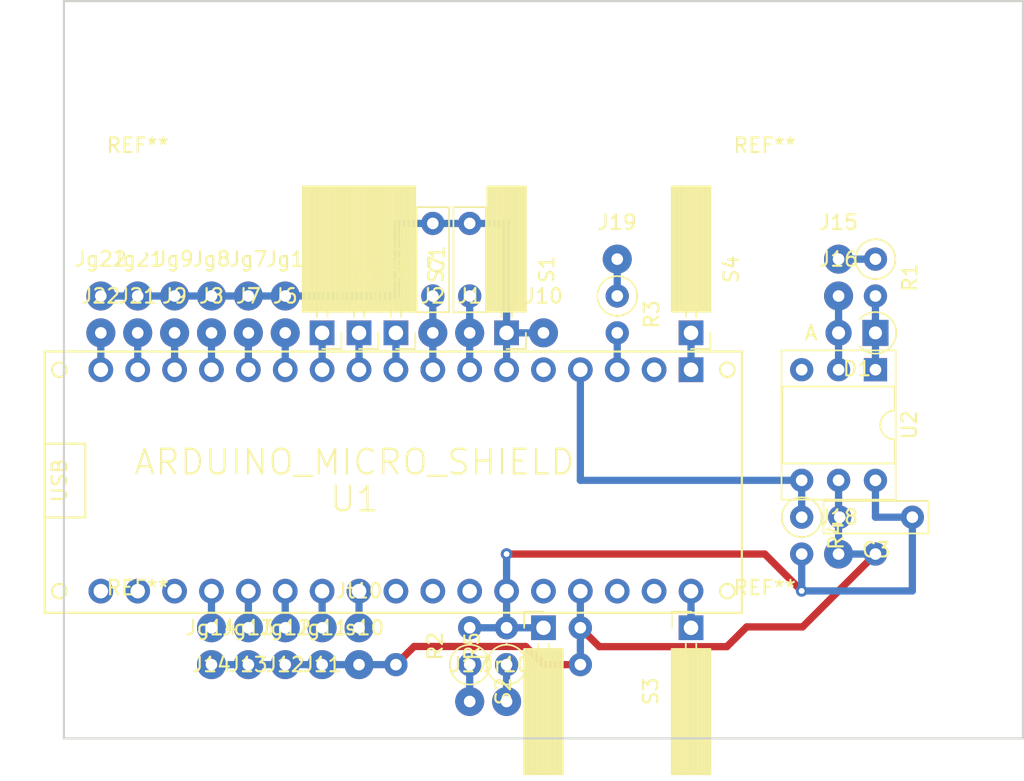
<source format=kicad_pcb>
(kicad_pcb (version 20171130) (host pcbnew 5.0.2+dfsg1-1~bpo9+1)

  (general
    (thickness 1.6)
    (drawings 6)
    (tracks 75)
    (zones 0)
    (modules 53)
    (nets 39)
  )

  (page A4)
  (layers
    (0 F.Cu signal)
    (1 In1.Cu signal hide)
    (2 In2.Cu signal hide)
    (31 B.Cu signal)
    (33 F.Adhes user)
    (35 F.Paste user)
    (37 F.SilkS user)
    (39 F.Mask user)
    (40 Dwgs.User user)
    (41 Cmts.User user)
    (42 Eco1.User user)
    (43 Eco2.User user)
    (44 Edge.Cuts user)
    (45 Margin user)
    (46 B.CrtYd user)
    (47 F.CrtYd user)
    (49 F.Fab user)
  )

  (setup
    (last_trace_width 0.25)
    (user_trace_width 0.25)
    (user_trace_width 0.5)
    (trace_clearance 0.2)
    (zone_clearance 0.508)
    (zone_45_only no)
    (trace_min 0.2)
    (segment_width 0.2)
    (edge_width 0.15)
    (via_size 0.8)
    (via_drill 0.4)
    (via_min_size 0.4)
    (via_min_drill 0.3)
    (user_via 0.8 0.4)
    (user_via 1.6 0.8)
    (uvia_size 0.3)
    (uvia_drill 0.1)
    (uvias_allowed no)
    (uvia_min_size 0.2)
    (uvia_min_drill 0.1)
    (pcb_text_width 0.3)
    (pcb_text_size 1.5 1.5)
    (mod_edge_width 0.15)
    (mod_text_size 1 1)
    (mod_text_width 0.15)
    (pad_size 1.524 1.524)
    (pad_drill 0.762)
    (pad_to_mask_clearance 0.051)
    (solder_mask_min_width 0.25)
    (aux_axis_origin 0 0)
    (visible_elements FFFDFF3F)
    (pcbplotparams
      (layerselection 0x010fc_ffffffff)
      (usegerberextensions false)
      (usegerberattributes false)
      (usegerberadvancedattributes false)
      (creategerberjobfile false)
      (excludeedgelayer true)
      (linewidth 0.100000)
      (plotframeref false)
      (viasonmask false)
      (mode 1)
      (useauxorigin false)
      (hpglpennumber 1)
      (hpglpenspeed 20)
      (hpglpendiameter 15.000000)
      (psnegative false)
      (psa4output false)
      (plotreference true)
      (plotvalue true)
      (plotinvisibletext false)
      (padsonsilk false)
      (subtractmaskfromsilk false)
      (outputformat 1)
      (mirror false)
      (drillshape 1)
      (scaleselection 1)
      (outputdirectory ""))
  )

  (net 0 "")
  (net 1 /rotary_a)
  (net 2 GND)
  (net 3 /rotary_b)
  (net 4 VCC)
  (net 5 "Net-(D1-Pad1)")
  (net 6 "Net-(D1-Pad2)")
  (net 7 /screen_cs)
  (net 8 /screen_dc)
  (net 9 /screen_res)
  (net 10 /btn_ok)
  (net 11 /btn_cancel)
  (net 12 /fs_0)
  (net 13 /fs_1)
  (net 14 /exp)
  (net 15 /fsled_3)
  (net 16 /fsled_2)
  (net 17 /fsled_1)
  (net 18 /fsled_0)
  (net 19 "Net-(J15-Pad1)")
  (net 20 "Net-(J17-Pad1)")
  (net 21 "Net-(J19-Pad1)")
  (net 22 /screen_sda)
  (net 23 /fs_2)
  (net 24 /fs_3)
  (net 25 /screen_sck)
  (net 26 /UART_TX)
  (net 27 /UART_RX)
  (net 28 "Net-(U1-PadMI)")
  (net 29 "Net-(U1-PadVI)")
  (net 30 "Net-(U1-PadRST)")
  (net 31 "Net-(U1-PadNC)")
  (net 32 "Net-(U1-PadA5)")
  (net 33 "Net-(U1-PadAREF)")
  (net 34 "Net-(U1-Pad3.3V)")
  (net 35 "Net-(U1-Pad13)")
  (net 36 "Net-(U1-PadSS)")
  (net 37 "Net-(U2-Pad3)")
  (net 38 "Net-(Jr10-Pad1)")

  (net_class Default "Ceci est la Netclass par défaut."
    (clearance 0.2)
    (trace_width 0.25)
    (via_dia 0.8)
    (via_drill 0.4)
    (uvia_dia 0.3)
    (uvia_drill 0.1)
    (add_net /UART_RX)
    (add_net /UART_TX)
    (add_net /btn_cancel)
    (add_net /btn_ok)
    (add_net /exp)
    (add_net /fs_0)
    (add_net /fs_1)
    (add_net /fs_2)
    (add_net /fs_3)
    (add_net /fsled_0)
    (add_net /fsled_1)
    (add_net /fsled_2)
    (add_net /fsled_3)
    (add_net /rotary_a)
    (add_net /rotary_b)
    (add_net /screen_cs)
    (add_net /screen_dc)
    (add_net /screen_res)
    (add_net /screen_sck)
    (add_net /screen_sda)
    (add_net GND)
    (add_net "Net-(D1-Pad1)")
    (add_net "Net-(D1-Pad2)")
    (add_net "Net-(J15-Pad1)")
    (add_net "Net-(J17-Pad1)")
    (add_net "Net-(J19-Pad1)")
    (add_net "Net-(Jr10-Pad1)")
    (add_net "Net-(U1-Pad13)")
    (add_net "Net-(U1-Pad3.3V)")
    (add_net "Net-(U1-PadA5)")
    (add_net "Net-(U1-PadAREF)")
    (add_net "Net-(U1-PadMI)")
    (add_net "Net-(U1-PadNC)")
    (add_net "Net-(U1-PadRST)")
    (add_net "Net-(U1-PadSS)")
    (add_net "Net-(U1-PadVI)")
    (add_net "Net-(U2-Pad3)")
    (add_net VCC)
  )

  (module MountingHole:MountingHole_4.3mm_M4 (layer F.Cu) (tedit 56D1B4CB) (tstamp 5CBAC302)
    (at 144.78 137.16)
    (descr "Mounting Hole 4.3mm, no annular, M4")
    (tags "mounting hole 4.3mm no annular m4")
    (attr virtual)
    (fp_text reference REF** (at 0 -5.3) (layer F.SilkS)
      (effects (font (size 1 1) (thickness 0.15)))
    )
    (fp_text value MountingHole_4.3mm_M4 (at 0 5.3) (layer F.Fab)
      (effects (font (size 1 1) (thickness 0.15)))
    )
    (fp_text user %R (at 0.3 0) (layer F.Fab)
      (effects (font (size 1 1) (thickness 0.15)))
    )
    (fp_circle (center 0 0) (end 4.3 0) (layer Cmts.User) (width 0.15))
    (fp_circle (center 0 0) (end 4.55 0) (layer F.CrtYd) (width 0.05))
    (pad 1 np_thru_hole circle (at 0 0) (size 4.3 4.3) (drill 4.3) (layers *.Cu *.Mask))
  )

  (module MountingHole:MountingHole_4.3mm_M4 (layer F.Cu) (tedit 56D1B4CB) (tstamp 5CBAC2F4)
    (at 101.6 106.68)
    (descr "Mounting Hole 4.3mm, no annular, M4")
    (tags "mounting hole 4.3mm no annular m4")
    (attr virtual)
    (fp_text reference REF** (at 0 -5.3) (layer F.SilkS)
      (effects (font (size 1 1) (thickness 0.15)))
    )
    (fp_text value MountingHole_4.3mm_M4 (at 0 5.3) (layer F.Fab)
      (effects (font (size 1 1) (thickness 0.15)))
    )
    (fp_circle (center 0 0) (end 4.55 0) (layer F.CrtYd) (width 0.05))
    (fp_circle (center 0 0) (end 4.3 0) (layer Cmts.User) (width 0.15))
    (fp_text user %R (at 0.3 0) (layer F.Fab)
      (effects (font (size 1 1) (thickness 0.15)))
    )
    (pad 1 np_thru_hole circle (at 0 0) (size 4.3 4.3) (drill 4.3) (layers *.Cu *.Mask))
  )

  (module MountingHole:MountingHole_4.3mm_M4 (layer F.Cu) (tedit 56D1B4CB) (tstamp 5CBAC2E6)
    (at 144.78 106.68)
    (descr "Mounting Hole 4.3mm, no annular, M4")
    (tags "mounting hole 4.3mm no annular m4")
    (attr virtual)
    (fp_text reference REF** (at 0 -5.3) (layer F.SilkS)
      (effects (font (size 1 1) (thickness 0.15)))
    )
    (fp_text value MountingHole_4.3mm_M4 (at 0 5.3) (layer F.Fab)
      (effects (font (size 1 1) (thickness 0.15)))
    )
    (fp_text user %R (at 0.3 0) (layer F.Fab)
      (effects (font (size 1 1) (thickness 0.15)))
    )
    (fp_circle (center 0 0) (end 4.3 0) (layer Cmts.User) (width 0.15))
    (fp_circle (center 0 0) (end 4.55 0) (layer F.CrtYd) (width 0.05))
    (pad 1 np_thru_hole circle (at 0 0) (size 4.3 4.3) (drill 4.3) (layers *.Cu *.Mask))
  )

  (module Connector_Wire:SolderWirePad_1x01_Drill0.8mm (layer F.Cu) (tedit 5A2676A0) (tstamp 5CDD4960)
    (at 116.84 134.62)
    (descr "Wire solder connection")
    (tags connector)
    (path /5CAC0FB0)
    (attr virtual)
    (fp_text reference Jt10 (at 0 -2.54) (layer F.SilkS)
      (effects (font (size 1 1) (thickness 0.15)))
    )
    (fp_text value wire (at 0 2.54) (layer F.Fab)
      (effects (font (size 1 1) (thickness 0.15)))
    )
    (fp_text user %R (at 0 0) (layer F.Fab)
      (effects (font (size 1 1) (thickness 0.15)))
    )
    (fp_line (start -1.5 -1.5) (end 1.5 -1.5) (layer F.CrtYd) (width 0.05))
    (fp_line (start -1.5 -1.5) (end -1.5 1.5) (layer F.CrtYd) (width 0.05))
    (fp_line (start 1.5 1.5) (end 1.5 -1.5) (layer F.CrtYd) (width 0.05))
    (fp_line (start 1.5 1.5) (end -1.5 1.5) (layer F.CrtYd) (width 0.05))
    (pad 1 thru_hole circle (at 0 0) (size 1.99898 1.99898) (drill 0.8001) (layers *.Cu *.Mask)
      (net 14 /exp))
  )

  (module Connector_Wire:SolderWirePad_1x01_Drill0.8mm (layer F.Cu) (tedit 5A2676A0) (tstamp 5CDD4956)
    (at 127 139.7)
    (descr "Wire solder connection")
    (tags connector)
    (path /5CAF6041)
    (attr virtual)
    (fp_text reference Jr10 (at 0 -2.54) (layer F.SilkS)
      (effects (font (size 1 1) (thickness 0.15)))
    )
    (fp_text value wire (at 0 2.54) (layer F.Fab)
      (effects (font (size 1 1) (thickness 0.15)))
    )
    (fp_line (start 1.5 1.5) (end -1.5 1.5) (layer F.CrtYd) (width 0.05))
    (fp_line (start 1.5 1.5) (end 1.5 -1.5) (layer F.CrtYd) (width 0.05))
    (fp_line (start -1.5 -1.5) (end -1.5 1.5) (layer F.CrtYd) (width 0.05))
    (fp_line (start -1.5 -1.5) (end 1.5 -1.5) (layer F.CrtYd) (width 0.05))
    (fp_text user %R (at 0 2.54) (layer F.Fab)
      (effects (font (size 1 1) (thickness 0.15)))
    )
    (pad 1 thru_hole circle (at 0 0) (size 1.99898 1.99898) (drill 0.8001) (layers *.Cu *.Mask)
      (net 38 "Net-(Jr10-Pad1)"))
  )

  (module Connector_Wire:SolderWirePad_1x01_Drill0.8mm (layer F.Cu) (tedit 5A2676A0) (tstamp 5CDD494C)
    (at 99.06 111.76)
    (descr "Wire solder connection")
    (tags connector)
    (path /5CAF000C)
    (attr virtual)
    (fp_text reference Jg22 (at 0 -2.54) (layer F.SilkS)
      (effects (font (size 1 1) (thickness 0.15)))
    )
    (fp_text value wire (at 0 2.54) (layer F.Fab)
      (effects (font (size 1 1) (thickness 0.15)))
    )
    (fp_text user %R (at 0 0) (layer F.Fab)
      (effects (font (size 1 1) (thickness 0.15)))
    )
    (fp_line (start -1.5 -1.5) (end 1.5 -1.5) (layer F.CrtYd) (width 0.05))
    (fp_line (start -1.5 -1.5) (end -1.5 1.5) (layer F.CrtYd) (width 0.05))
    (fp_line (start 1.5 1.5) (end 1.5 -1.5) (layer F.CrtYd) (width 0.05))
    (fp_line (start 1.5 1.5) (end -1.5 1.5) (layer F.CrtYd) (width 0.05))
    (pad 1 thru_hole circle (at 0 0) (size 1.99898 1.99898) (drill 0.8001) (layers *.Cu *.Mask)
      (net 2 GND))
  )

  (module Connector_Wire:SolderWirePad_1x01_Drill0.8mm (layer F.Cu) (tedit 5A2676A0) (tstamp 5CDD4942)
    (at 101.6 111.76)
    (descr "Wire solder connection")
    (tags connector)
    (path /5CAEFF9C)
    (attr virtual)
    (fp_text reference Jg21 (at 0 -2.54) (layer F.SilkS)
      (effects (font (size 1 1) (thickness 0.15)))
    )
    (fp_text value wire (at 0 2.54) (layer F.Fab)
      (effects (font (size 1 1) (thickness 0.15)))
    )
    (fp_line (start 1.5 1.5) (end -1.5 1.5) (layer F.CrtYd) (width 0.05))
    (fp_line (start 1.5 1.5) (end 1.5 -1.5) (layer F.CrtYd) (width 0.05))
    (fp_line (start -1.5 -1.5) (end -1.5 1.5) (layer F.CrtYd) (width 0.05))
    (fp_line (start -1.5 -1.5) (end 1.5 -1.5) (layer F.CrtYd) (width 0.05))
    (fp_text user %R (at 0 0) (layer F.Fab)
      (effects (font (size 1 1) (thickness 0.15)))
    )
    (pad 1 thru_hole circle (at 0 0) (size 1.99898 1.99898) (drill 0.8001) (layers *.Cu *.Mask)
      (net 2 GND))
  )

  (module Connector_Wire:SolderWirePad_1x01_Drill0.8mm (layer F.Cu) (tedit 5A2676A0) (tstamp 5CDD4938)
    (at 106.68 137.16)
    (descr "Wire solder connection")
    (tags connector)
    (path /5CAF4BF1)
    (attr virtual)
    (fp_text reference Jg14 (at 0 -2.54) (layer F.SilkS)
      (effects (font (size 1 1) (thickness 0.15)))
    )
    (fp_text value wire (at 0 2.54) (layer F.Fab)
      (effects (font (size 1 1) (thickness 0.15)))
    )
    (fp_text user %R (at 0 0) (layer F.Fab)
      (effects (font (size 1 1) (thickness 0.15)))
    )
    (fp_line (start -1.5 -1.5) (end 1.5 -1.5) (layer F.CrtYd) (width 0.05))
    (fp_line (start -1.5 -1.5) (end -1.5 1.5) (layer F.CrtYd) (width 0.05))
    (fp_line (start 1.5 1.5) (end 1.5 -1.5) (layer F.CrtYd) (width 0.05))
    (fp_line (start 1.5 1.5) (end -1.5 1.5) (layer F.CrtYd) (width 0.05))
    (pad 1 thru_hole circle (at 0 0) (size 1.99898 1.99898) (drill 0.8001) (layers *.Cu *.Mask)
      (net 2 GND))
  )

  (module Connector_Wire:SolderWirePad_1x01_Drill0.8mm (layer F.Cu) (tedit 5A2676A0) (tstamp 5CDD492E)
    (at 109.22 137.16)
    (descr "Wire solder connection")
    (tags connector)
    (path /5CAF4B71)
    (attr virtual)
    (fp_text reference Jg13 (at 0 -2.54) (layer F.SilkS)
      (effects (font (size 1 1) (thickness 0.15)))
    )
    (fp_text value wire (at 0 2.54) (layer F.Fab)
      (effects (font (size 1 1) (thickness 0.15)))
    )
    (fp_line (start 1.5 1.5) (end -1.5 1.5) (layer F.CrtYd) (width 0.05))
    (fp_line (start 1.5 1.5) (end 1.5 -1.5) (layer F.CrtYd) (width 0.05))
    (fp_line (start -1.5 -1.5) (end -1.5 1.5) (layer F.CrtYd) (width 0.05))
    (fp_line (start -1.5 -1.5) (end 1.5 -1.5) (layer F.CrtYd) (width 0.05))
    (fp_text user %R (at 0 0) (layer F.Fab)
      (effects (font (size 1 1) (thickness 0.15)))
    )
    (pad 1 thru_hole circle (at 0 0) (size 1.99898 1.99898) (drill 0.8001) (layers *.Cu *.Mask)
      (net 2 GND))
  )

  (module Connector_Wire:SolderWirePad_1x01_Drill0.8mm (layer F.Cu) (tedit 5A2676A0) (tstamp 5CDD4924)
    (at 111.76 137.16)
    (descr "Wire solder connection")
    (tags connector)
    (path /5CAF4AF5)
    (attr virtual)
    (fp_text reference Jg12 (at 0 -2.54) (layer F.SilkS)
      (effects (font (size 1 1) (thickness 0.15)))
    )
    (fp_text value wire (at 0 2.54) (layer F.Fab)
      (effects (font (size 1 1) (thickness 0.15)))
    )
    (fp_text user %R (at 0 0) (layer F.Fab)
      (effects (font (size 1 1) (thickness 0.15)))
    )
    (fp_line (start -1.5 -1.5) (end 1.5 -1.5) (layer F.CrtYd) (width 0.05))
    (fp_line (start -1.5 -1.5) (end -1.5 1.5) (layer F.CrtYd) (width 0.05))
    (fp_line (start 1.5 1.5) (end 1.5 -1.5) (layer F.CrtYd) (width 0.05))
    (fp_line (start 1.5 1.5) (end -1.5 1.5) (layer F.CrtYd) (width 0.05))
    (pad 1 thru_hole circle (at 0 0) (size 1.99898 1.99898) (drill 0.8001) (layers *.Cu *.Mask)
      (net 2 GND))
  )

  (module Connector_Wire:SolderWirePad_1x01_Drill0.8mm (layer F.Cu) (tedit 5A2676A0) (tstamp 5CDD491A)
    (at 114.3 137.16)
    (descr "Wire solder connection")
    (tags connector)
    (path /5CAF4A7B)
    (attr virtual)
    (fp_text reference Jg11 (at 0 -2.54) (layer F.SilkS)
      (effects (font (size 1 1) (thickness 0.15)))
    )
    (fp_text value wire (at 0 2.54) (layer F.Fab)
      (effects (font (size 1 1) (thickness 0.15)))
    )
    (fp_line (start 1.5 1.5) (end -1.5 1.5) (layer F.CrtYd) (width 0.05))
    (fp_line (start 1.5 1.5) (end 1.5 -1.5) (layer F.CrtYd) (width 0.05))
    (fp_line (start -1.5 -1.5) (end -1.5 1.5) (layer F.CrtYd) (width 0.05))
    (fp_line (start -1.5 -1.5) (end 1.5 -1.5) (layer F.CrtYd) (width 0.05))
    (fp_text user %R (at 0 0) (layer F.Fab)
      (effects (font (size 1 1) (thickness 0.15)))
    )
    (pad 1 thru_hole circle (at 0 0) (size 1.99898 1.99898) (drill 0.8001) (layers *.Cu *.Mask)
      (net 2 GND))
  )

  (module Connector_Wire:SolderWirePad_1x01_Drill0.8mm (layer F.Cu) (tedit 5A2676A0) (tstamp 5CDD4910)
    (at 104.14 111.76)
    (descr "Wire solder connection")
    (tags connector)
    (path /5CAEFF2E)
    (attr virtual)
    (fp_text reference Jg9 (at 0 -2.54) (layer F.SilkS)
      (effects (font (size 1 1) (thickness 0.15)))
    )
    (fp_text value wire (at 0 2.54) (layer F.Fab)
      (effects (font (size 1 1) (thickness 0.15)))
    )
    (fp_text user %R (at 0 0) (layer F.Fab)
      (effects (font (size 1 1) (thickness 0.15)))
    )
    (fp_line (start -1.5 -1.5) (end 1.5 -1.5) (layer F.CrtYd) (width 0.05))
    (fp_line (start -1.5 -1.5) (end -1.5 1.5) (layer F.CrtYd) (width 0.05))
    (fp_line (start 1.5 1.5) (end 1.5 -1.5) (layer F.CrtYd) (width 0.05))
    (fp_line (start 1.5 1.5) (end -1.5 1.5) (layer F.CrtYd) (width 0.05))
    (pad 1 thru_hole circle (at 0 0) (size 1.99898 1.99898) (drill 0.8001) (layers *.Cu *.Mask)
      (net 2 GND))
  )

  (module Connector_Wire:SolderWirePad_1x01_Drill0.8mm (layer F.Cu) (tedit 5A2676A0) (tstamp 5CDD4906)
    (at 106.68 111.76)
    (descr "Wire solder connection")
    (tags connector)
    (path /5CAEFEC2)
    (attr virtual)
    (fp_text reference Jg8 (at 0 -2.54) (layer F.SilkS)
      (effects (font (size 1 1) (thickness 0.15)))
    )
    (fp_text value wire (at 0 2.54) (layer F.Fab)
      (effects (font (size 1 1) (thickness 0.15)))
    )
    (fp_line (start 1.5 1.5) (end -1.5 1.5) (layer F.CrtYd) (width 0.05))
    (fp_line (start 1.5 1.5) (end 1.5 -1.5) (layer F.CrtYd) (width 0.05))
    (fp_line (start -1.5 -1.5) (end -1.5 1.5) (layer F.CrtYd) (width 0.05))
    (fp_line (start -1.5 -1.5) (end 1.5 -1.5) (layer F.CrtYd) (width 0.05))
    (fp_text user %R (at 0 0) (layer F.Fab)
      (effects (font (size 1 1) (thickness 0.15)))
    )
    (pad 1 thru_hole circle (at 0 0) (size 1.99898 1.99898) (drill 0.8001) (layers *.Cu *.Mask)
      (net 2 GND))
  )

  (module Connector_Wire:SolderWirePad_1x01_Drill0.8mm (layer F.Cu) (tedit 5A2676A0) (tstamp 5CDD48FC)
    (at 109.22 111.76)
    (descr "Wire solder connection")
    (tags connector)
    (path /5CAEFE58)
    (attr virtual)
    (fp_text reference Jg7 (at 0 -2.54) (layer F.SilkS)
      (effects (font (size 1 1) (thickness 0.15)))
    )
    (fp_text value wire (at 0 2.54) (layer F.Fab)
      (effects (font (size 1 1) (thickness 0.15)))
    )
    (fp_text user %R (at 0 0) (layer F.Fab)
      (effects (font (size 1 1) (thickness 0.15)))
    )
    (fp_line (start -1.5 -1.5) (end 1.5 -1.5) (layer F.CrtYd) (width 0.05))
    (fp_line (start -1.5 -1.5) (end -1.5 1.5) (layer F.CrtYd) (width 0.05))
    (fp_line (start 1.5 1.5) (end 1.5 -1.5) (layer F.CrtYd) (width 0.05))
    (fp_line (start 1.5 1.5) (end -1.5 1.5) (layer F.CrtYd) (width 0.05))
    (pad 1 thru_hole circle (at 0 0) (size 1.99898 1.99898) (drill 0.8001) (layers *.Cu *.Mask)
      (net 2 GND))
  )

  (module Connector_Wire:SolderWirePad_1x01_Drill0.8mm (layer F.Cu) (tedit 5A2676A0) (tstamp 5CDD48F2)
    (at 111.76 111.76)
    (descr "Wire solder connection")
    (tags connector)
    (path /5CAEFDF0)
    (attr virtual)
    (fp_text reference Jg1 (at 0 -2.54) (layer F.SilkS)
      (effects (font (size 1 1) (thickness 0.15)))
    )
    (fp_text value wire (at 0 2.54) (layer F.Fab)
      (effects (font (size 1 1) (thickness 0.15)))
    )
    (fp_line (start 1.5 1.5) (end -1.5 1.5) (layer F.CrtYd) (width 0.05))
    (fp_line (start 1.5 1.5) (end 1.5 -1.5) (layer F.CrtYd) (width 0.05))
    (fp_line (start -1.5 -1.5) (end -1.5 1.5) (layer F.CrtYd) (width 0.05))
    (fp_line (start -1.5 -1.5) (end 1.5 -1.5) (layer F.CrtYd) (width 0.05))
    (fp_text user %R (at 0 0) (layer F.Fab)
      (effects (font (size 1 1) (thickness 0.15)))
    )
    (pad 1 thru_hole circle (at 0 0) (size 1.99898 1.99898) (drill 0.8001) (layers *.Cu *.Mask)
      (net 2 GND))
  )

  (module Connector_Wire:SolderWirePad_1x01_Drill0.8mm (layer F.Cu) (tedit 5A2676A0) (tstamp 5CDD48C4)
    (at 116.84 137.16)
    (descr "Wire solder connection")
    (tags connector)
    (path /5CAF60E1)
    (attr virtual)
    (fp_text reference Js10 (at 0 -2.54) (layer F.SilkS)
      (effects (font (size 1 1) (thickness 0.15)))
    )
    (fp_text value wire (at 0 2.54) (layer F.Fab)
      (effects (font (size 1 1) (thickness 0.15)))
    )
    (fp_text user %R (at 0 0) (layer F.Fab)
      (effects (font (size 1 1) (thickness 0.15)))
    )
    (fp_line (start -1.5 -1.5) (end 1.5 -1.5) (layer F.CrtYd) (width 0.05))
    (fp_line (start -1.5 -1.5) (end -1.5 1.5) (layer F.CrtYd) (width 0.05))
    (fp_line (start 1.5 1.5) (end 1.5 -1.5) (layer F.CrtYd) (width 0.05))
    (fp_line (start 1.5 1.5) (end -1.5 1.5) (layer F.CrtYd) (width 0.05))
    (pad 1 thru_hole circle (at 0 0) (size 1.99898 1.99898) (drill 0.8001) (layers *.Cu *.Mask)
      (net 2 GND))
  )

  (module Resistor_THT:R_Axial_DIN0207_L6.3mm_D2.5mm_P2.54mm_Vertical (layer F.Cu) (tedit 5AE5139B) (tstamp 5CDD46DC)
    (at 127 137.16 90)
    (descr "Resistor, Axial_DIN0207 series, Axial, Vertical, pin pitch=2.54mm, 0.25W = 1/4W, length*diameter=6.3*2.5mm^2, http://cdn-reichelt.de/documents/datenblatt/B400/1_4W%23YAG.pdf")
    (tags "Resistor Axial_DIN0207 series Axial Vertical pin pitch 2.54mm 0.25W = 1/4W length 6.3mm diameter 2.5mm")
    (path /5CAF65EA)
    (fp_text reference R5 (at 1.27 -2.37 90) (layer F.SilkS)
      (effects (font (size 1 1) (thickness 0.15)))
    )
    (fp_text value 100 (at 1.27 2.37 90) (layer F.Fab)
      (effects (font (size 1 1) (thickness 0.15)))
    )
    (fp_circle (center 0 0) (end 1.25 0) (layer F.Fab) (width 0.1))
    (fp_circle (center 0 0) (end 1.37 0) (layer F.SilkS) (width 0.12))
    (fp_line (start 0 0) (end 2.54 0) (layer F.Fab) (width 0.1))
    (fp_line (start 1.37 0) (end 1.44 0) (layer F.SilkS) (width 0.12))
    (fp_line (start -1.5 -1.5) (end -1.5 1.5) (layer F.CrtYd) (width 0.05))
    (fp_line (start -1.5 1.5) (end 3.59 1.5) (layer F.CrtYd) (width 0.05))
    (fp_line (start 3.59 1.5) (end 3.59 -1.5) (layer F.CrtYd) (width 0.05))
    (fp_line (start 3.59 -1.5) (end -1.5 -1.5) (layer F.CrtYd) (width 0.05))
    (fp_text user %R (at 1.27 -2.37 90) (layer F.Fab)
      (effects (font (size 1 1) (thickness 0.15)))
    )
    (pad 1 thru_hole circle (at 0 0 90) (size 1.6 1.6) (drill 0.8) (layers *.Cu *.Mask)
      (net 38 "Net-(Jr10-Pad1)"))
    (pad 2 thru_hole oval (at 2.54 0 90) (size 1.6 1.6) (drill 0.8) (layers *.Cu *.Mask)
      (net 4 VCC))
    (model ${KISYS3DMOD}/Resistor_THT.3dshapes/R_Axial_DIN0207_L6.3mm_D2.5mm_P2.54mm_Vertical.wrl
      (at (xyz 0 0 0))
      (scale (xyz 1 1 1))
      (rotate (xyz 0 0 0))
    )
  )

  (module Diode_THT:D_A-405_P2.54mm_Vertical_AnodeUp (layer F.Cu) (tedit 5AE50CD5) (tstamp 5CC4A0D5)
    (at 152.4 114.3 180)
    (descr "Diode, A-405 series, Axial, Vertical, pin pitch=2.54mm, , length*diameter=5.2*2.7mm^2, , http://www.diodes.com/_files/packages/A-405.pdf")
    (tags "Diode A-405 series Axial Vertical pin pitch 2.54mm  length 5.2mm diameter 2.7mm")
    (path /5CAD7573)
    (fp_text reference D1 (at 1.27 -2.47 180) (layer F.SilkS)
      (effects (font (size 1 1) (thickness 0.15)))
    )
    (fp_text value 1n914 (at 1.27 3.359 180) (layer F.Fab)
      (effects (font (size 1 1) (thickness 0.15)))
    )
    (fp_arc (start 0 0) (end 1.113239 -0.9) (angle -278.451986) (layer F.SilkS) (width 0.12))
    (fp_circle (center 0 0) (end 1.35 0) (layer F.Fab) (width 0.1))
    (fp_line (start 0 0) (end 2.54 0) (layer F.Fab) (width 0.1))
    (fp_line (start -1.6 -1.6) (end -1.6 1.6) (layer F.CrtYd) (width 0.05))
    (fp_line (start -1.6 1.6) (end 3.69 1.6) (layer F.CrtYd) (width 0.05))
    (fp_line (start 3.69 1.6) (end 3.69 -1.6) (layer F.CrtYd) (width 0.05))
    (fp_line (start 3.69 -1.6) (end -1.6 -1.6) (layer F.CrtYd) (width 0.05))
    (fp_text user %R (at 1.27 -2.47 180) (layer F.Fab)
      (effects (font (size 1 1) (thickness 0.15)))
    )
    (fp_text user A (at 4.44 0 180) (layer F.Fab)
      (effects (font (size 1 1) (thickness 0.15)))
    )
    (fp_text user A (at 4.44 0 180) (layer F.SilkS)
      (effects (font (size 1 1) (thickness 0.15)))
    )
    (pad 1 thru_hole rect (at 0 0 180) (size 1.8 1.8) (drill 0.9) (layers *.Cu *.Mask)
      (net 5 "Net-(D1-Pad1)"))
    (pad 2 thru_hole oval (at 2.54 0 180) (size 1.8 1.8) (drill 0.9) (layers *.Cu *.Mask)
      (net 6 "Net-(D1-Pad2)"))
    (model ${KISYS3DMOD}/Diode_THT.3dshapes/D_A-405_P2.54mm_Vertical_AnodeUp.wrl
      (at (xyz 0 0 0))
      (scale (xyz 1 1 1))
      (rotate (xyz 0 0 0))
    )
  )

  (module Connector_Wire:SolderWirePad_1x01_Drill0.8mm (layer F.Cu) (tedit 5A2676A0) (tstamp 5CC4A0DF)
    (at 124.46 114.3)
    (descr "Wire solder connection")
    (tags connector)
    (path /5CABBB87)
    (attr virtual)
    (fp_text reference J1 (at 0 -2.54) (layer F.SilkS)
      (effects (font (size 1 1) (thickness 0.15)))
    )
    (fp_text value wire (at 0 2.54) (layer F.Fab)
      (effects (font (size 1 1) (thickness 0.15)))
    )
    (fp_text user %R (at 0 0) (layer F.Fab)
      (effects (font (size 1 1) (thickness 0.15)))
    )
    (fp_line (start -1.5 -1.5) (end 1.5 -1.5) (layer F.CrtYd) (width 0.05))
    (fp_line (start -1.5 -1.5) (end -1.5 1.5) (layer F.CrtYd) (width 0.05))
    (fp_line (start 1.5 1.5) (end 1.5 -1.5) (layer F.CrtYd) (width 0.05))
    (fp_line (start 1.5 1.5) (end -1.5 1.5) (layer F.CrtYd) (width 0.05))
    (pad 1 thru_hole circle (at 0 0) (size 1.99898 1.99898) (drill 0.8001) (layers *.Cu *.Mask)
      (net 1 /rotary_a))
  )

  (module Connector_Wire:SolderWirePad_1x01_Drill0.8mm (layer F.Cu) (tedit 5A2676A0) (tstamp 5CC4A0E9)
    (at 121.92 114.3)
    (descr "Wire solder connection")
    (tags connector)
    (path /5CABBC7E)
    (attr virtual)
    (fp_text reference J2 (at 0 -2.54) (layer F.SilkS)
      (effects (font (size 1 1) (thickness 0.15)))
    )
    (fp_text value wire (at 0 2.54) (layer F.Fab)
      (effects (font (size 1 1) (thickness 0.15)))
    )
    (fp_line (start 1.5 1.5) (end -1.5 1.5) (layer F.CrtYd) (width 0.05))
    (fp_line (start 1.5 1.5) (end 1.5 -1.5) (layer F.CrtYd) (width 0.05))
    (fp_line (start -1.5 -1.5) (end -1.5 1.5) (layer F.CrtYd) (width 0.05))
    (fp_line (start -1.5 -1.5) (end 1.5 -1.5) (layer F.CrtYd) (width 0.05))
    (fp_text user %R (at 0 0) (layer F.Fab)
      (effects (font (size 1 1) (thickness 0.15)))
    )
    (pad 1 thru_hole circle (at 0 0) (size 1.99898 1.99898) (drill 0.8001) (layers *.Cu *.Mask)
      (net 3 /rotary_b))
  )

  (module Connector_Wire:SolderWirePad_1x01_Drill0.8mm (layer F.Cu) (tedit 5A2676A0) (tstamp 5CC4A183)
    (at 111.76 114.3)
    (descr "Wire solder connection")
    (tags connector)
    (path /5CABD334)
    (attr virtual)
    (fp_text reference J6 (at 0 -2.54) (layer F.SilkS)
      (effects (font (size 1 1) (thickness 0.15)))
    )
    (fp_text value wire (at 0 2.54) (layer F.Fab)
      (effects (font (size 1 1) (thickness 0.15)))
    )
    (fp_text user %R (at 0 0) (layer F.Fab)
      (effects (font (size 1 1) (thickness 0.15)))
    )
    (fp_line (start -1.5 -1.5) (end 1.5 -1.5) (layer F.CrtYd) (width 0.05))
    (fp_line (start -1.5 -1.5) (end -1.5 1.5) (layer F.CrtYd) (width 0.05))
    (fp_line (start 1.5 1.5) (end 1.5 -1.5) (layer F.CrtYd) (width 0.05))
    (fp_line (start 1.5 1.5) (end -1.5 1.5) (layer F.CrtYd) (width 0.05))
    (pad 1 thru_hole circle (at 0 0) (size 1.99898 1.99898) (drill 0.8001) (layers *.Cu *.Mask)
      (net 10 /btn_ok))
  )

  (module Connector_Wire:SolderWirePad_1x01_Drill0.8mm (layer F.Cu) (tedit 5A2676A0) (tstamp 5CC4A18D)
    (at 109.22 114.3)
    (descr "Wire solder connection")
    (tags connector)
    (path /5CABD51F)
    (attr virtual)
    (fp_text reference J7 (at 0 -2.54) (layer F.SilkS)
      (effects (font (size 1 1) (thickness 0.15)))
    )
    (fp_text value wire (at 0 2.54) (layer F.Fab)
      (effects (font (size 1 1) (thickness 0.15)))
    )
    (fp_text user %R (at 0 0) (layer F.Fab)
      (effects (font (size 1 1) (thickness 0.15)))
    )
    (fp_line (start -1.5 -1.5) (end 1.5 -1.5) (layer F.CrtYd) (width 0.05))
    (fp_line (start -1.5 -1.5) (end -1.5 1.5) (layer F.CrtYd) (width 0.05))
    (fp_line (start 1.5 1.5) (end 1.5 -1.5) (layer F.CrtYd) (width 0.05))
    (fp_line (start 1.5 1.5) (end -1.5 1.5) (layer F.CrtYd) (width 0.05))
    (pad 1 thru_hole circle (at 0 0) (size 1.99898 1.99898) (drill 0.8001) (layers *.Cu *.Mask)
      (net 11 /btn_cancel))
  )

  (module Connector_Wire:SolderWirePad_1x01_Drill0.8mm (layer F.Cu) (tedit 5A2676A0) (tstamp 5CC4A197)
    (at 106.68 114.3)
    (descr "Wire solder connection")
    (tags connector)
    (path /5CABD547)
    (attr virtual)
    (fp_text reference J8 (at 0 -2.54) (layer F.SilkS)
      (effects (font (size 1 1) (thickness 0.15)))
    )
    (fp_text value wire (at 0 2.54) (layer F.Fab)
      (effects (font (size 1 1) (thickness 0.15)))
    )
    (fp_line (start 1.5 1.5) (end -1.5 1.5) (layer F.CrtYd) (width 0.05))
    (fp_line (start 1.5 1.5) (end 1.5 -1.5) (layer F.CrtYd) (width 0.05))
    (fp_line (start -1.5 -1.5) (end -1.5 1.5) (layer F.CrtYd) (width 0.05))
    (fp_line (start -1.5 -1.5) (end 1.5 -1.5) (layer F.CrtYd) (width 0.05))
    (fp_text user %R (at 0 0) (layer F.Fab)
      (effects (font (size 1 1) (thickness 0.15)))
    )
    (pad 1 thru_hole circle (at 0 0) (size 1.99898 1.99898) (drill 0.8001) (layers *.Cu *.Mask)
      (net 12 /fs_0))
  )

  (module Connector_Wire:SolderWirePad_1x01_Drill0.8mm (layer F.Cu) (tedit 5A2676A0) (tstamp 5CC4A1A1)
    (at 104.14 114.3)
    (descr "Wire solder connection")
    (tags connector)
    (path /5CABD56D)
    (attr virtual)
    (fp_text reference J9 (at 0 -2.54) (layer F.SilkS)
      (effects (font (size 1 1) (thickness 0.15)))
    )
    (fp_text value wire (at 0 2.54) (layer F.Fab)
      (effects (font (size 1 1) (thickness 0.15)))
    )
    (fp_text user %R (at 0 0) (layer F.Fab)
      (effects (font (size 1 1) (thickness 0.15)))
    )
    (fp_line (start -1.5 -1.5) (end 1.5 -1.5) (layer F.CrtYd) (width 0.05))
    (fp_line (start -1.5 -1.5) (end -1.5 1.5) (layer F.CrtYd) (width 0.05))
    (fp_line (start 1.5 1.5) (end 1.5 -1.5) (layer F.CrtYd) (width 0.05))
    (fp_line (start 1.5 1.5) (end -1.5 1.5) (layer F.CrtYd) (width 0.05))
    (pad 1 thru_hole circle (at 0 0) (size 1.99898 1.99898) (drill 0.8001) (layers *.Cu *.Mask)
      (net 13 /fs_1))
  )

  (module Connector_Wire:SolderWirePad_1x01_Drill0.8mm (layer F.Cu) (tedit 5A2676A0) (tstamp 5CC4A1B5)
    (at 114.3 134.62)
    (descr "Wire solder connection")
    (tags connector)
    (path /5CAC0E85)
    (attr virtual)
    (fp_text reference J11 (at 0 2.54) (layer F.SilkS)
      (effects (font (size 1 1) (thickness 0.15)))
    )
    (fp_text value wire (at 0 2.54) (layer F.Fab)
      (effects (font (size 1 1) (thickness 0.15)))
    )
    (fp_line (start 1.5 1.5) (end -1.5 1.5) (layer F.CrtYd) (width 0.05))
    (fp_line (start 1.5 1.5) (end 1.5 -1.5) (layer F.CrtYd) (width 0.05))
    (fp_line (start -1.5 -1.5) (end -1.5 1.5) (layer F.CrtYd) (width 0.05))
    (fp_line (start -1.5 -1.5) (end 1.5 -1.5) (layer F.CrtYd) (width 0.05))
    (fp_text user %R (at 0 0) (layer F.Fab)
      (effects (font (size 1 1) (thickness 0.15)))
    )
    (pad 1 thru_hole circle (at 0 0) (size 1.99898 1.99898) (drill 0.8001) (layers *.Cu *.Mask)
      (net 15 /fsled_3))
  )

  (module Connector_Wire:SolderWirePad_1x01_Drill0.8mm (layer F.Cu) (tedit 5A2676A0) (tstamp 5CC4A1BF)
    (at 111.76 134.62)
    (descr "Wire solder connection")
    (tags connector)
    (path /5CAC0F05)
    (attr virtual)
    (fp_text reference J12 (at 0 2.54) (layer F.SilkS)
      (effects (font (size 1 1) (thickness 0.15)))
    )
    (fp_text value wire (at 0 2.54) (layer F.Fab)
      (effects (font (size 1 1) (thickness 0.15)))
    )
    (fp_text user %R (at 0 0) (layer F.Fab)
      (effects (font (size 1 1) (thickness 0.15)))
    )
    (fp_line (start -1.5 -1.5) (end 1.5 -1.5) (layer F.CrtYd) (width 0.05))
    (fp_line (start -1.5 -1.5) (end -1.5 1.5) (layer F.CrtYd) (width 0.05))
    (fp_line (start 1.5 1.5) (end 1.5 -1.5) (layer F.CrtYd) (width 0.05))
    (fp_line (start 1.5 1.5) (end -1.5 1.5) (layer F.CrtYd) (width 0.05))
    (pad 1 thru_hole circle (at 0 0) (size 1.99898 1.99898) (drill 0.8001) (layers *.Cu *.Mask)
      (net 16 /fsled_2))
  )

  (module Connector_Wire:SolderWirePad_1x01_Drill0.8mm (layer F.Cu) (tedit 5A2676A0) (tstamp 5CC4A1C9)
    (at 109.22 134.62)
    (descr "Wire solder connection")
    (tags connector)
    (path /5CAC0F4C)
    (attr virtual)
    (fp_text reference J13 (at 0 2.54) (layer F.SilkS)
      (effects (font (size 1 1) (thickness 0.15)))
    )
    (fp_text value wire (at 0 2.54) (layer F.Fab)
      (effects (font (size 1 1) (thickness 0.15)))
    )
    (fp_line (start 1.5 1.5) (end -1.5 1.5) (layer F.CrtYd) (width 0.05))
    (fp_line (start 1.5 1.5) (end 1.5 -1.5) (layer F.CrtYd) (width 0.05))
    (fp_line (start -1.5 -1.5) (end -1.5 1.5) (layer F.CrtYd) (width 0.05))
    (fp_line (start -1.5 -1.5) (end 1.5 -1.5) (layer F.CrtYd) (width 0.05))
    (fp_text user %R (at 0 0) (layer F.Fab)
      (effects (font (size 1 1) (thickness 0.15)))
    )
    (pad 1 thru_hole circle (at 0 0) (size 1.99898 1.99898) (drill 0.8001) (layers *.Cu *.Mask)
      (net 17 /fsled_1))
  )

  (module Connector_Wire:SolderWirePad_1x01_Drill0.8mm (layer F.Cu) (tedit 5A2676A0) (tstamp 5CD0F97F)
    (at 106.68 134.62)
    (descr "Wire solder connection")
    (tags connector)
    (path /5CAC0F7D)
    (attr virtual)
    (fp_text reference J14 (at 0 2.54) (layer F.SilkS)
      (effects (font (size 1 1) (thickness 0.15)))
    )
    (fp_text value wire (at 0 2.54) (layer F.Fab)
      (effects (font (size 1 1) (thickness 0.15)))
    )
    (fp_text user %R (at 0 0) (layer F.Fab)
      (effects (font (size 1 1) (thickness 0.15)))
    )
    (fp_line (start -1.5 -1.5) (end 1.5 -1.5) (layer F.CrtYd) (width 0.05))
    (fp_line (start -1.5 -1.5) (end -1.5 1.5) (layer F.CrtYd) (width 0.05))
    (fp_line (start 1.5 1.5) (end 1.5 -1.5) (layer F.CrtYd) (width 0.05))
    (fp_line (start 1.5 1.5) (end -1.5 1.5) (layer F.CrtYd) (width 0.05))
    (pad 1 thru_hole circle (at 0 0) (size 1.99898 1.99898) (drill 0.8001) (layers *.Cu *.Mask)
      (net 18 /fsled_0))
  )

  (module Connector_Wire:SolderWirePad_1x01_Drill0.8mm (layer F.Cu) (tedit 5A2676A0) (tstamp 5CC4A1DD)
    (at 149.86 109.22)
    (descr "Wire solder connection")
    (tags connector)
    (path /5CAD6CA9)
    (attr virtual)
    (fp_text reference J15 (at 0 -2.54) (layer F.SilkS)
      (effects (font (size 1 1) (thickness 0.15)))
    )
    (fp_text value MIDI_4 (at 0 2.54) (layer F.Fab)
      (effects (font (size 1 1) (thickness 0.15)))
    )
    (fp_line (start 1.5 1.5) (end -1.5 1.5) (layer F.CrtYd) (width 0.05))
    (fp_line (start 1.5 1.5) (end 1.5 -1.5) (layer F.CrtYd) (width 0.05))
    (fp_line (start -1.5 -1.5) (end -1.5 1.5) (layer F.CrtYd) (width 0.05))
    (fp_line (start -1.5 -1.5) (end 1.5 -1.5) (layer F.CrtYd) (width 0.05))
    (fp_text user %R (at 0 0) (layer F.Fab)
      (effects (font (size 1 1) (thickness 0.15)))
    )
    (pad 1 thru_hole circle (at 0 0) (size 1.99898 1.99898) (drill 0.8001) (layers *.Cu *.Mask)
      (net 19 "Net-(J15-Pad1)"))
  )

  (module Connector_Wire:SolderWirePad_1x01_Drill0.8mm (layer F.Cu) (tedit 5A2676A0) (tstamp 5CC4A1E7)
    (at 149.86 111.76)
    (descr "Wire solder connection")
    (tags connector)
    (path /5CADC123)
    (attr virtual)
    (fp_text reference J16 (at 0 -2.54) (layer F.SilkS)
      (effects (font (size 1 1) (thickness 0.15)))
    )
    (fp_text value MIDI_5 (at 0 2.54) (layer F.Fab)
      (effects (font (size 1 1) (thickness 0.15)))
    )
    (fp_line (start 1.5 1.5) (end -1.5 1.5) (layer F.CrtYd) (width 0.05))
    (fp_line (start 1.5 1.5) (end 1.5 -1.5) (layer F.CrtYd) (width 0.05))
    (fp_line (start -1.5 -1.5) (end -1.5 1.5) (layer F.CrtYd) (width 0.05))
    (fp_line (start -1.5 -1.5) (end 1.5 -1.5) (layer F.CrtYd) (width 0.05))
    (fp_text user %R (at 0 0) (layer F.Fab)
      (effects (font (size 1 1) (thickness 0.15)))
    )
    (pad 1 thru_hole circle (at 0 0) (size 1.99898 1.99898) (drill 0.8001) (layers *.Cu *.Mask)
      (net 6 "Net-(D1-Pad2)"))
  )

  (module Connector_Wire:SolderWirePad_1x01_Drill0.8mm (layer F.Cu) (tedit 5A2676A0) (tstamp 5CC4A1F1)
    (at 124.46 139.7)
    (descr "Wire solder connection")
    (tags connector)
    (path /5CAC184A)
    (attr virtual)
    (fp_text reference J17 (at 0 -2.54) (layer F.SilkS)
      (effects (font (size 1 1) (thickness 0.15)))
    )
    (fp_text value MIDI_4 (at 0 2.54) (layer F.Fab)
      (effects (font (size 1 1) (thickness 0.15)))
    )
    (fp_text user %R (at 0 2.54) (layer F.Fab)
      (effects (font (size 1 1) (thickness 0.15)))
    )
    (fp_line (start -1.5 -1.5) (end 1.5 -1.5) (layer F.CrtYd) (width 0.05))
    (fp_line (start -1.5 -1.5) (end -1.5 1.5) (layer F.CrtYd) (width 0.05))
    (fp_line (start 1.5 1.5) (end 1.5 -1.5) (layer F.CrtYd) (width 0.05))
    (fp_line (start 1.5 1.5) (end -1.5 1.5) (layer F.CrtYd) (width 0.05))
    (pad 1 thru_hole circle (at 0 0) (size 1.99898 1.99898) (drill 0.8001) (layers *.Cu *.Mask)
      (net 20 "Net-(J17-Pad1)"))
  )

  (module Connector_Wire:SolderWirePad_1x01_Drill0.8mm (layer F.Cu) (tedit 5A2676A0) (tstamp 5CC4A1FB)
    (at 149.86 129.54)
    (descr "Wire solder connection")
    (tags connector)
    (path /5CAC1947)
    (attr virtual)
    (fp_text reference J18 (at 0 -2.54) (layer F.SilkS)
      (effects (font (size 1 1) (thickness 0.15)))
    )
    (fp_text value MIDI_2 (at 0 2.54) (layer F.Fab)
      (effects (font (size 1 1) (thickness 0.15)))
    )
    (fp_line (start 1.5 1.5) (end -1.5 1.5) (layer F.CrtYd) (width 0.05))
    (fp_line (start 1.5 1.5) (end 1.5 -1.5) (layer F.CrtYd) (width 0.05))
    (fp_line (start -1.5 -1.5) (end -1.5 1.5) (layer F.CrtYd) (width 0.05))
    (fp_line (start -1.5 -1.5) (end 1.5 -1.5) (layer F.CrtYd) (width 0.05))
    (fp_text user %R (at 0 0) (layer F.Fab)
      (effects (font (size 1 1) (thickness 0.15)))
    )
    (pad 1 thru_hole circle (at 0 0) (size 1.99898 1.99898) (drill 0.8001) (layers *.Cu *.Mask)
      (net 2 GND))
  )

  (module Connector_Wire:SolderWirePad_1x01_Drill0.8mm (layer F.Cu) (tedit 5A2676A0) (tstamp 5CDD5146)
    (at 134.62 109.22)
    (descr "Wire solder connection")
    (tags connector)
    (path /5CAC1989)
    (attr virtual)
    (fp_text reference J19 (at 0 -2.54) (layer F.SilkS)
      (effects (font (size 1 1) (thickness 0.15)))
    )
    (fp_text value MIDI_5 (at 0 2.54) (layer F.Fab)
      (effects (font (size 1 1) (thickness 0.15)))
    )
    (fp_text user %R (at 0 0) (layer F.Fab)
      (effects (font (size 1 1) (thickness 0.15)))
    )
    (fp_line (start -1.5 -1.5) (end 1.5 -1.5) (layer F.CrtYd) (width 0.05))
    (fp_line (start -1.5 -1.5) (end -1.5 1.5) (layer F.CrtYd) (width 0.05))
    (fp_line (start 1.5 1.5) (end 1.5 -1.5) (layer F.CrtYd) (width 0.05))
    (fp_line (start 1.5 1.5) (end -1.5 1.5) (layer F.CrtYd) (width 0.05))
    (pad 1 thru_hole circle (at 0 0) (size 1.99898 1.99898) (drill 0.8001) (layers *.Cu *.Mask)
      (net 21 "Net-(J19-Pad1)"))
  )

  (module Connector_Wire:SolderWirePad_1x01_Drill0.8mm (layer F.Cu) (tedit 5A2676A0) (tstamp 5CC4A23F)
    (at 101.6 114.3)
    (descr "Wire solder connection")
    (tags connector)
    (path /5CADDDE3)
    (attr virtual)
    (fp_text reference J21 (at 0 -2.54) (layer F.SilkS)
      (effects (font (size 1 1) (thickness 0.15)))
    )
    (fp_text value wire (at 0 2.54) (layer F.Fab)
      (effects (font (size 1 1) (thickness 0.15)))
    )
    (fp_line (start 1.5 1.5) (end -1.5 1.5) (layer F.CrtYd) (width 0.05))
    (fp_line (start 1.5 1.5) (end 1.5 -1.5) (layer F.CrtYd) (width 0.05))
    (fp_line (start -1.5 -1.5) (end -1.5 1.5) (layer F.CrtYd) (width 0.05))
    (fp_line (start -1.5 -1.5) (end 1.5 -1.5) (layer F.CrtYd) (width 0.05))
    (fp_text user %R (at 0 0) (layer F.Fab)
      (effects (font (size 1 1) (thickness 0.15)))
    )
    (pad 1 thru_hole circle (at 0 0) (size 1.99898 1.99898) (drill 0.8001) (layers *.Cu *.Mask)
      (net 23 /fs_2))
  )

  (module Connector_Wire:SolderWirePad_1x01_Drill0.8mm (layer F.Cu) (tedit 5A2676A0) (tstamp 5CC4A249)
    (at 99.06 114.3)
    (descr "Wire solder connection")
    (tags connector)
    (path /5CADDE35)
    (attr virtual)
    (fp_text reference J22 (at 0 -2.54) (layer F.SilkS)
      (effects (font (size 1 1) (thickness 0.15)))
    )
    (fp_text value wire (at 0 2.54) (layer F.Fab)
      (effects (font (size 1 1) (thickness 0.15)))
    )
    (fp_text user %R (at 0 0) (layer F.Fab)
      (effects (font (size 1 1) (thickness 0.15)))
    )
    (fp_line (start -1.5 -1.5) (end 1.5 -1.5) (layer F.CrtYd) (width 0.05))
    (fp_line (start -1.5 -1.5) (end -1.5 1.5) (layer F.CrtYd) (width 0.05))
    (fp_line (start 1.5 1.5) (end 1.5 -1.5) (layer F.CrtYd) (width 0.05))
    (fp_line (start 1.5 1.5) (end -1.5 1.5) (layer F.CrtYd) (width 0.05))
    (pad 1 thru_hole circle (at 0 0) (size 1.99898 1.99898) (drill 0.8001) (layers *.Cu *.Mask)
      (net 24 /fs_3))
  )

  (module Resistor_THT:R_Axial_DIN0207_L6.3mm_D2.5mm_P2.54mm_Vertical (layer F.Cu) (tedit 5AE5139B) (tstamp 5CC4A288)
    (at 152.4 109.22 270)
    (descr "Resistor, Axial_DIN0207 series, Axial, Vertical, pin pitch=2.54mm, 0.25W = 1/4W, length*diameter=6.3*2.5mm^2, http://cdn-reichelt.de/documents/datenblatt/B400/1_4W%23YAG.pdf")
    (tags "Resistor Axial_DIN0207 series Axial Vertical pin pitch 2.54mm 0.25W = 1/4W length 6.3mm diameter 2.5mm")
    (path /5CAD9524)
    (fp_text reference R1 (at 1.27 -2.37 270) (layer F.SilkS)
      (effects (font (size 1 1) (thickness 0.15)))
    )
    (fp_text value 220 (at 1.27 2.37 270) (layer F.Fab)
      (effects (font (size 1 1) (thickness 0.15)))
    )
    (fp_circle (center 0 0) (end 1.25 0) (layer F.Fab) (width 0.1))
    (fp_circle (center 0 0) (end 1.37 0) (layer F.SilkS) (width 0.12))
    (fp_line (start 0 0) (end 2.54 0) (layer F.Fab) (width 0.1))
    (fp_line (start 1.37 0) (end 1.44 0) (layer F.SilkS) (width 0.12))
    (fp_line (start -1.5 -1.5) (end -1.5 1.5) (layer F.CrtYd) (width 0.05))
    (fp_line (start -1.5 1.5) (end 3.59 1.5) (layer F.CrtYd) (width 0.05))
    (fp_line (start 3.59 1.5) (end 3.59 -1.5) (layer F.CrtYd) (width 0.05))
    (fp_line (start 3.59 -1.5) (end -1.5 -1.5) (layer F.CrtYd) (width 0.05))
    (fp_text user %R (at 1.27 -2.37 270) (layer F.Fab)
      (effects (font (size 1 1) (thickness 0.15)))
    )
    (pad 1 thru_hole circle (at 0 0 270) (size 1.6 1.6) (drill 0.8) (layers *.Cu *.Mask)
      (net 19 "Net-(J15-Pad1)"))
    (pad 2 thru_hole oval (at 2.54 0 270) (size 1.6 1.6) (drill 0.8) (layers *.Cu *.Mask)
      (net 5 "Net-(D1-Pad1)"))
    (model ${KISYS3DMOD}/Resistor_THT.3dshapes/R_Axial_DIN0207_L6.3mm_D2.5mm_P2.54mm_Vertical.wrl
      (at (xyz 0 0 0))
      (scale (xyz 1 1 1))
      (rotate (xyz 0 0 0))
    )
  )

  (module Resistor_THT:R_Axial_DIN0207_L6.3mm_D2.5mm_P2.54mm_Vertical (layer F.Cu) (tedit 5AE5139B) (tstamp 5CDD550B)
    (at 124.46 137.16 90)
    (descr "Resistor, Axial_DIN0207 series, Axial, Vertical, pin pitch=2.54mm, 0.25W = 1/4W, length*diameter=6.3*2.5mm^2, http://cdn-reichelt.de/documents/datenblatt/B400/1_4W%23YAG.pdf")
    (tags "Resistor Axial_DIN0207 series Axial Vertical pin pitch 2.54mm 0.25W = 1/4W length 6.3mm diameter 2.5mm")
    (path /5CAC273A)
    (fp_text reference R2 (at 1.27 -2.37 90) (layer F.SilkS)
      (effects (font (size 1 1) (thickness 0.15)))
    )
    (fp_text value 220 (at 1.27 2.37 90) (layer F.Fab)
      (effects (font (size 1 1) (thickness 0.15)))
    )
    (fp_text user %R (at 1.27 -2.37 90) (layer F.Fab)
      (effects (font (size 1 1) (thickness 0.15)))
    )
    (fp_line (start 3.59 -1.5) (end -1.5 -1.5) (layer F.CrtYd) (width 0.05))
    (fp_line (start 3.59 1.5) (end 3.59 -1.5) (layer F.CrtYd) (width 0.05))
    (fp_line (start -1.5 1.5) (end 3.59 1.5) (layer F.CrtYd) (width 0.05))
    (fp_line (start -1.5 -1.5) (end -1.5 1.5) (layer F.CrtYd) (width 0.05))
    (fp_line (start 1.37 0) (end 1.44 0) (layer F.SilkS) (width 0.12))
    (fp_line (start 0 0) (end 2.54 0) (layer F.Fab) (width 0.1))
    (fp_circle (center 0 0) (end 1.37 0) (layer F.SilkS) (width 0.12))
    (fp_circle (center 0 0) (end 1.25 0) (layer F.Fab) (width 0.1))
    (pad 2 thru_hole oval (at 2.54 0 90) (size 1.6 1.6) (drill 0.8) (layers *.Cu *.Mask)
      (net 4 VCC))
    (pad 1 thru_hole circle (at 0 0 90) (size 1.6 1.6) (drill 0.8) (layers *.Cu *.Mask)
      (net 20 "Net-(J17-Pad1)"))
    (model ${KISYS3DMOD}/Resistor_THT.3dshapes/R_Axial_DIN0207_L6.3mm_D2.5mm_P2.54mm_Vertical.wrl
      (at (xyz 0 0 0))
      (scale (xyz 1 1 1))
      (rotate (xyz 0 0 0))
    )
  )

  (module Resistor_THT:R_Axial_DIN0207_L6.3mm_D2.5mm_P2.54mm_Vertical (layer F.Cu) (tedit 5AE5139B) (tstamp 5CC4A2A6)
    (at 134.62 111.76 270)
    (descr "Resistor, Axial_DIN0207 series, Axial, Vertical, pin pitch=2.54mm, 0.25W = 1/4W, length*diameter=6.3*2.5mm^2, http://cdn-reichelt.de/documents/datenblatt/B400/1_4W%23YAG.pdf")
    (tags "Resistor Axial_DIN0207 series Axial Vertical pin pitch 2.54mm 0.25W = 1/4W length 6.3mm diameter 2.5mm")
    (path /5CAC2999)
    (fp_text reference R3 (at 1.27 -2.37 270) (layer F.SilkS)
      (effects (font (size 1 1) (thickness 0.15)))
    )
    (fp_text value 220 (at 1.27 2.37 270) (layer F.Fab)
      (effects (font (size 1 1) (thickness 0.15)))
    )
    (fp_circle (center 0 0) (end 1.25 0) (layer F.Fab) (width 0.1))
    (fp_circle (center 0 0) (end 1.37 0) (layer F.SilkS) (width 0.12))
    (fp_line (start 0 0) (end 2.54 0) (layer F.Fab) (width 0.1))
    (fp_line (start 1.37 0) (end 1.44 0) (layer F.SilkS) (width 0.12))
    (fp_line (start -1.5 -1.5) (end -1.5 1.5) (layer F.CrtYd) (width 0.05))
    (fp_line (start -1.5 1.5) (end 3.59 1.5) (layer F.CrtYd) (width 0.05))
    (fp_line (start 3.59 1.5) (end 3.59 -1.5) (layer F.CrtYd) (width 0.05))
    (fp_line (start 3.59 -1.5) (end -1.5 -1.5) (layer F.CrtYd) (width 0.05))
    (fp_text user %R (at 1.27 -2.37 270) (layer F.Fab)
      (effects (font (size 1 1) (thickness 0.15)))
    )
    (pad 1 thru_hole circle (at 0 0 270) (size 1.6 1.6) (drill 0.8) (layers *.Cu *.Mask)
      (net 21 "Net-(J19-Pad1)"))
    (pad 2 thru_hole oval (at 2.54 0 270) (size 1.6 1.6) (drill 0.8) (layers *.Cu *.Mask)
      (net 26 /UART_TX))
    (model ${KISYS3DMOD}/Resistor_THT.3dshapes/R_Axial_DIN0207_L6.3mm_D2.5mm_P2.54mm_Vertical.wrl
      (at (xyz 0 0 0))
      (scale (xyz 1 1 1))
      (rotate (xyz 0 0 0))
    )
  )

  (module Resistor_THT:R_Axial_DIN0207_L6.3mm_D2.5mm_P2.54mm_Vertical (layer F.Cu) (tedit 5AE5139B) (tstamp 5CC4A2B5)
    (at 147.32 127 270)
    (descr "Resistor, Axial_DIN0207 series, Axial, Vertical, pin pitch=2.54mm, 0.25W = 1/4W, length*diameter=6.3*2.5mm^2, http://cdn-reichelt.de/documents/datenblatt/B400/1_4W%23YAG.pdf")
    (tags "Resistor Axial_DIN0207 series Axial Vertical pin pitch 2.54mm 0.25W = 1/4W length 6.3mm diameter 2.5mm")
    (path /5CACD7F8)
    (fp_text reference R4 (at 1.27 -2.37 270) (layer F.SilkS)
      (effects (font (size 1 1) (thickness 0.15)))
    )
    (fp_text value 280 (at 1.27 2.37 270) (layer F.Fab)
      (effects (font (size 1 1) (thickness 0.15)))
    )
    (fp_text user %R (at 1.27 -2.37 270) (layer F.Fab)
      (effects (font (size 1 1) (thickness 0.15)))
    )
    (fp_line (start 3.59 -1.5) (end -1.5 -1.5) (layer F.CrtYd) (width 0.05))
    (fp_line (start 3.59 1.5) (end 3.59 -1.5) (layer F.CrtYd) (width 0.05))
    (fp_line (start -1.5 1.5) (end 3.59 1.5) (layer F.CrtYd) (width 0.05))
    (fp_line (start -1.5 -1.5) (end -1.5 1.5) (layer F.CrtYd) (width 0.05))
    (fp_line (start 1.37 0) (end 1.44 0) (layer F.SilkS) (width 0.12))
    (fp_line (start 0 0) (end 2.54 0) (layer F.Fab) (width 0.1))
    (fp_circle (center 0 0) (end 1.37 0) (layer F.SilkS) (width 0.12))
    (fp_circle (center 0 0) (end 1.25 0) (layer F.Fab) (width 0.1))
    (pad 2 thru_hole oval (at 2.54 0 270) (size 1.6 1.6) (drill 0.8) (layers *.Cu *.Mask)
      (net 4 VCC))
    (pad 1 thru_hole circle (at 0 0 270) (size 1.6 1.6) (drill 0.8) (layers *.Cu *.Mask)
      (net 27 /UART_RX))
    (model ${KISYS3DMOD}/Resistor_THT.3dshapes/R_Axial_DIN0207_L6.3mm_D2.5mm_P2.54mm_Vertical.wrl
      (at (xyz 0 0 0))
      (scale (xyz 1 1 1))
      (rotate (xyz 0 0 0))
    )
  )

  (module midiPedalboard_Perfboard:ARDUINO_MICRO_SHIELD (layer F.Cu) (tedit 5AD0BFAC) (tstamp 5CC4A2E7)
    (at 143.2 115.586 180)
    (tags "ARDUINO, MICRO")
    (path /5CAB7C4F)
    (fp_text reference U1 (at 26.67 -10.16 180) (layer F.SilkS)
      (effects (font (size 1.7 1.7) (thickness 0.15)))
    )
    (fp_text value ARDUINO_MICRO_SHIELD (at 26.67 -7.62 180) (layer F.SilkS)
      (effects (font (size 1.7 1.7) (thickness 0.15)))
    )
    (fp_circle (center 1 -1.254) (end 1.5 -1.254) (layer F.SilkS) (width 0.15))
    (fp_circle (center 1 -16.51) (end 1.5 -16.51) (layer F.SilkS) (width 0.15))
    (fp_circle (center 47 -1.254) (end 47.5 -1.254) (layer F.SilkS) (width 0.15))
    (fp_circle (center 47 -16.51) (end 47.5 -16.51) (layer F.SilkS) (width 0.15))
    (fp_line (start 0 -18) (end 48 -18) (layer F.SilkS) (width 0.15))
    (fp_line (start 48 -18) (end 48 0) (layer F.SilkS) (width 0.15))
    (fp_line (start 48 0) (end 0 0) (layer F.SilkS) (width 0.15))
    (fp_line (start 0 0) (end 0 -18) (layer F.SilkS) (width 0.15))
    (fp_text user USB (at 46.99 -8.89 270) (layer F.SilkS)
      (effects (font (size 1 1) (thickness 0.15)))
    )
    (fp_line (start 48.006 -6.35) (end 45.212 -6.35) (layer F.SilkS) (width 0.15))
    (fp_line (start 45.212 -6.35) (end 45.212 -11.43) (layer F.SilkS) (width 0.15))
    (fp_line (start 45.212 -11.43) (end 48.006 -11.43) (layer F.SilkS) (width 0.15))
    (pad SCK thru_hole circle (at 3.5 -16.51 180) (size 1.7 1.7) (drill 1) (layers *.Cu *.Mask)
      (net 25 /screen_sck))
    (pad MI thru_hole circle (at 6.04 -16.51 180) (size 1.7 1.7) (drill 1) (layers *.Cu *.Mask)
      (net 28 "Net-(U1-PadMI)"))
    (pad VI thru_hole circle (at 8.58 -16.51 180) (size 1.7 1.7) (drill 1) (layers *.Cu *.Mask)
      (net 29 "Net-(U1-PadVI)"))
    (pad GND thru_hole circle (at 11.12 -16.51 180) (size 1.7 1.7) (drill 1) (layers *.Cu *.Mask)
      (net 2 GND))
    (pad RST thru_hole circle (at 13.66 -16.51 180) (size 1.7 1.7) (drill 1) (layers *.Cu *.Mask)
      (net 30 "Net-(U1-PadRST)"))
    (pad 5V thru_hole circle (at 16.2 -16.51 180) (size 1.7 1.7) (drill 1) (layers *.Cu *.Mask)
      (net 4 VCC))
    (pad NC thru_hole circle (at 18.74 -16.51 180) (size 1.7 1.7) (drill 1) (layers *.Cu *.Mask)
      (net 31 "Net-(U1-PadNC)"))
    (pad NC thru_hole circle (at 21.28 -16.51 180) (size 1.7 1.7) (drill 1) (layers *.Cu *.Mask)
      (net 31 "Net-(U1-PadNC)"))
    (pad A5 thru_hole circle (at 23.82 -16.51 180) (size 1.7 1.7) (drill 1) (layers *.Cu *.Mask)
      (net 32 "Net-(U1-PadA5)"))
    (pad A4 thru_hole circle (at 26.36 -16.51 180) (size 1.7 1.7) (drill 1) (layers *.Cu *.Mask)
      (net 14 /exp))
    (pad A3 thru_hole circle (at 28.9 -16.51 180) (size 1.7 1.7) (drill 1) (layers *.Cu *.Mask)
      (net 15 /fsled_3))
    (pad A2 thru_hole circle (at 31.44 -16.51 180) (size 1.7 1.7) (drill 1) (layers *.Cu *.Mask)
      (net 16 /fsled_2))
    (pad A1 thru_hole circle (at 33.98 -16.51 180) (size 1.7 1.7) (drill 1) (layers *.Cu *.Mask)
      (net 17 /fsled_1))
    (pad A0 thru_hole circle (at 36.52 -16.51 180) (size 1.7 1.7) (drill 1) (layers *.Cu *.Mask)
      (net 18 /fsled_0))
    (pad AREF thru_hole circle (at 39.06 -16.51 180) (size 1.7 1.7) (drill 1) (layers *.Cu *.Mask)
      (net 33 "Net-(U1-PadAREF)"))
    (pad 3.3V thru_hole circle (at 41.6 -16.51 180) (size 1.7 1.7) (drill 1) (layers *.Cu *.Mask)
      (net 34 "Net-(U1-Pad3.3V)"))
    (pad 13 thru_hole circle (at 44.14 -16.51 180) (size 1.7 1.7) (drill 1) (layers *.Cu *.Mask)
      (net 35 "Net-(U1-Pad13)"))
    (pad MO thru_hole rect (at 3.5 -1.254 180) (size 1.7 1.7) (drill 1) (layers *.Cu *.Mask)
      (net 22 /screen_sda))
    (pad SS thru_hole circle (at 6.04 -1.254 180) (size 1.7 1.7) (drill 1) (layers *.Cu *.Mask)
      (net 36 "Net-(U1-PadSS)"))
    (pad TX thru_hole circle (at 8.58 -1.254 180) (size 1.7 1.7) (drill 1) (layers *.Cu *.Mask)
      (net 26 /UART_TX))
    (pad RX thru_hole circle (at 11.12 -1.254 180) (size 1.7 1.7) (drill 1) (layers *.Cu *.Mask)
      (net 27 /UART_RX))
    (pad RST thru_hole circle (at 13.66 -1.254 180) (size 1.7 1.7) (drill 1) (layers *.Cu *.Mask)
      (net 30 "Net-(U1-PadRST)"))
    (pad GND thru_hole circle (at 16.2 -1.254 180) (size 1.7 1.7) (drill 1) (layers *.Cu *.Mask)
      (net 2 GND))
    (pad 2 thru_hole circle (at 18.74 -1.254 180) (size 1.7 1.7) (drill 1) (layers *.Cu *.Mask)
      (net 1 /rotary_a))
    (pad 3 thru_hole circle (at 21.28 -1.254 180) (size 1.7 1.7) (drill 1) (layers *.Cu *.Mask)
      (net 3 /rotary_b))
    (pad 4 thru_hole circle (at 23.82 -1.254 180) (size 1.7 1.7) (drill 1) (layers *.Cu *.Mask)
      (net 7 /screen_cs))
    (pad 5 thru_hole circle (at 26.36 -1.254 180) (size 1.7 1.7) (drill 1) (layers *.Cu *.Mask)
      (net 8 /screen_dc))
    (pad 6 thru_hole circle (at 28.9 -1.254 180) (size 1.7 1.7) (drill 1) (layers *.Cu *.Mask)
      (net 9 /screen_res))
    (pad 7 thru_hole circle (at 31.44 -1.254 180) (size 1.7 1.7) (drill 1) (layers *.Cu *.Mask)
      (net 10 /btn_ok))
    (pad 8 thru_hole circle (at 33.98 -1.254 180) (size 1.7 1.7) (drill 1) (layers *.Cu *.Mask)
      (net 11 /btn_cancel))
    (pad 9 thru_hole circle (at 36.52 -1.254 180) (size 1.7 1.7) (drill 1) (layers *.Cu *.Mask)
      (net 12 /fs_0))
    (pad 10 thru_hole circle (at 39.06 -1.254 180) (size 1.7 1.7) (drill 1) (layers *.Cu *.Mask)
      (net 13 /fs_1))
    (pad 11 thru_hole circle (at 41.6 -1.254 180) (size 1.7 1.7) (drill 1) (layers *.Cu *.Mask)
      (net 23 /fs_2))
    (pad 12 thru_hole circle (at 44.14 -1.254 180) (size 1.7 1.7) (drill 1) (layers *.Cu *.Mask)
      (net 24 /fs_3))
  )

  (module Package_DIP:DIP-6_W7.62mm_Socket (layer F.Cu) (tedit 5A02E8C5) (tstamp 5CC4A309)
    (at 152.4 116.84 270)
    (descr "6-lead though-hole mounted DIP package, row spacing 7.62 mm (300 mils), Socket")
    (tags "THT DIP DIL PDIP 2.54mm 7.62mm 300mil Socket")
    (path /5CACCEFA)
    (fp_text reference U2 (at 3.81 -2.33 270) (layer F.SilkS)
      (effects (font (size 1 1) (thickness 0.15)))
    )
    (fp_text value PC900 (at 3.81 7.41 270) (layer F.Fab)
      (effects (font (size 1 1) (thickness 0.15)))
    )
    (fp_arc (start 3.81 -1.33) (end 2.81 -1.33) (angle -180) (layer F.SilkS) (width 0.12))
    (fp_line (start 1.635 -1.27) (end 6.985 -1.27) (layer F.Fab) (width 0.1))
    (fp_line (start 6.985 -1.27) (end 6.985 6.35) (layer F.Fab) (width 0.1))
    (fp_line (start 6.985 6.35) (end 0.635 6.35) (layer F.Fab) (width 0.1))
    (fp_line (start 0.635 6.35) (end 0.635 -0.27) (layer F.Fab) (width 0.1))
    (fp_line (start 0.635 -0.27) (end 1.635 -1.27) (layer F.Fab) (width 0.1))
    (fp_line (start -1.27 -1.33) (end -1.27 6.41) (layer F.Fab) (width 0.1))
    (fp_line (start -1.27 6.41) (end 8.89 6.41) (layer F.Fab) (width 0.1))
    (fp_line (start 8.89 6.41) (end 8.89 -1.33) (layer F.Fab) (width 0.1))
    (fp_line (start 8.89 -1.33) (end -1.27 -1.33) (layer F.Fab) (width 0.1))
    (fp_line (start 2.81 -1.33) (end 1.16 -1.33) (layer F.SilkS) (width 0.12))
    (fp_line (start 1.16 -1.33) (end 1.16 6.41) (layer F.SilkS) (width 0.12))
    (fp_line (start 1.16 6.41) (end 6.46 6.41) (layer F.SilkS) (width 0.12))
    (fp_line (start 6.46 6.41) (end 6.46 -1.33) (layer F.SilkS) (width 0.12))
    (fp_line (start 6.46 -1.33) (end 4.81 -1.33) (layer F.SilkS) (width 0.12))
    (fp_line (start -1.33 -1.39) (end -1.33 6.47) (layer F.SilkS) (width 0.12))
    (fp_line (start -1.33 6.47) (end 8.95 6.47) (layer F.SilkS) (width 0.12))
    (fp_line (start 8.95 6.47) (end 8.95 -1.39) (layer F.SilkS) (width 0.12))
    (fp_line (start 8.95 -1.39) (end -1.33 -1.39) (layer F.SilkS) (width 0.12))
    (fp_line (start -1.55 -1.6) (end -1.55 6.7) (layer F.CrtYd) (width 0.05))
    (fp_line (start -1.55 6.7) (end 9.15 6.7) (layer F.CrtYd) (width 0.05))
    (fp_line (start 9.15 6.7) (end 9.15 -1.6) (layer F.CrtYd) (width 0.05))
    (fp_line (start 9.15 -1.6) (end -1.55 -1.6) (layer F.CrtYd) (width 0.05))
    (fp_text user %R (at 3.81 2.54 270) (layer F.Fab)
      (effects (font (size 1 1) (thickness 0.15)))
    )
    (pad 1 thru_hole rect (at 0 0 270) (size 1.6 1.6) (drill 0.8) (layers *.Cu *.Mask)
      (net 5 "Net-(D1-Pad1)"))
    (pad 4 thru_hole oval (at 7.62 5.08 270) (size 1.6 1.6) (drill 0.8) (layers *.Cu *.Mask)
      (net 27 /UART_RX))
    (pad 2 thru_hole oval (at 0 2.54 270) (size 1.6 1.6) (drill 0.8) (layers *.Cu *.Mask)
      (net 6 "Net-(D1-Pad2)"))
    (pad 5 thru_hole oval (at 7.62 2.54 270) (size 1.6 1.6) (drill 0.8) (layers *.Cu *.Mask)
      (net 2 GND))
    (pad 3 thru_hole oval (at 0 5.08 270) (size 1.6 1.6) (drill 0.8) (layers *.Cu *.Mask)
      (net 37 "Net-(U2-Pad3)"))
    (pad 6 thru_hole oval (at 7.62 0 270) (size 1.6 1.6) (drill 0.8) (layers *.Cu *.Mask)
      (net 4 VCC))
    (model ${KISYS3DMOD}/Package_DIP.3dshapes/DIP-6_W7.62mm_Socket.wrl
      (at (xyz 0 0 0))
      (scale (xyz 1 1 1))
      (rotate (xyz 0 0 0))
    )
  )

  (module Capacitor_THT:C_Rect_L7.0mm_W2.0mm_P5.00mm (layer F.Cu) (tedit 5AE50EF0) (tstamp 5CDD4C94)
    (at 124.46 111.76 90)
    (descr "C, Rect series, Radial, pin pitch=5.00mm, , length*width=7*2mm^2, Capacitor")
    (tags "C Rect series Radial pin pitch 5.00mm  length 7mm width 2mm Capacitor")
    (path /5CAB7EC8)
    (fp_text reference C1 (at 2.5 -2.25 90) (layer F.SilkS)
      (effects (font (size 1 1) (thickness 0.15)))
    )
    (fp_text value C (at 2.5 2.25 90) (layer F.Fab)
      (effects (font (size 1 1) (thickness 0.15)))
    )
    (fp_line (start -1 -1) (end -1 1) (layer F.Fab) (width 0.1))
    (fp_line (start -1 1) (end 6 1) (layer F.Fab) (width 0.1))
    (fp_line (start 6 1) (end 6 -1) (layer F.Fab) (width 0.1))
    (fp_line (start 6 -1) (end -1 -1) (layer F.Fab) (width 0.1))
    (fp_line (start -1.12 -1.12) (end 6.12 -1.12) (layer F.SilkS) (width 0.12))
    (fp_line (start -1.12 1.12) (end 6.12 1.12) (layer F.SilkS) (width 0.12))
    (fp_line (start -1.12 -1.12) (end -1.12 1.12) (layer F.SilkS) (width 0.12))
    (fp_line (start 6.12 -1.12) (end 6.12 1.12) (layer F.SilkS) (width 0.12))
    (fp_line (start -1.25 -1.25) (end -1.25 1.25) (layer F.CrtYd) (width 0.05))
    (fp_line (start -1.25 1.25) (end 6.25 1.25) (layer F.CrtYd) (width 0.05))
    (fp_line (start 6.25 1.25) (end 6.25 -1.25) (layer F.CrtYd) (width 0.05))
    (fp_line (start 6.25 -1.25) (end -1.25 -1.25) (layer F.CrtYd) (width 0.05))
    (fp_text user %R (at 2.54 0 90) (layer F.Fab)
      (effects (font (size 1 1) (thickness 0.15)))
    )
    (pad 1 thru_hole circle (at 0 0 90) (size 1.6 1.6) (drill 0.8) (layers *.Cu *.Mask)
      (net 1 /rotary_a))
    (pad 2 thru_hole circle (at 5 0 90) (size 1.6 1.6) (drill 0.8) (layers *.Cu *.Mask)
      (net 2 GND))
    (model ${KISYS3DMOD}/Capacitor_THT.3dshapes/C_Rect_L7.0mm_W2.0mm_P5.00mm.wrl
      (at (xyz 0 0 0))
      (scale (xyz 1 1 1))
      (rotate (xyz 0 0 0))
    )
  )

  (module Capacitor_THT:C_Rect_L7.0mm_W2.0mm_P5.00mm (layer F.Cu) (tedit 5AE50EF0) (tstamp 5CD0F678)
    (at 121.92 111.76 90)
    (descr "C, Rect series, Radial, pin pitch=5.00mm, , length*width=7*2mm^2, Capacitor")
    (tags "C Rect series Radial pin pitch 5.00mm  length 7mm width 2mm Capacitor")
    (path /5CABB741)
    (fp_text reference C2 (at 2.5 -2.25 90) (layer F.SilkS)
      (effects (font (size 1 1) (thickness 0.15)))
    )
    (fp_text value C (at 2.5 2.25 90) (layer F.Fab)
      (effects (font (size 1 1) (thickness 0.15)))
    )
    (fp_text user %R (at 2.54 0 90) (layer F.Fab)
      (effects (font (size 1 1) (thickness 0.15)))
    )
    (fp_line (start 6.25 -1.25) (end -1.25 -1.25) (layer F.CrtYd) (width 0.05))
    (fp_line (start 6.25 1.25) (end 6.25 -1.25) (layer F.CrtYd) (width 0.05))
    (fp_line (start -1.25 1.25) (end 6.25 1.25) (layer F.CrtYd) (width 0.05))
    (fp_line (start -1.25 -1.25) (end -1.25 1.25) (layer F.CrtYd) (width 0.05))
    (fp_line (start 6.12 -1.12) (end 6.12 1.12) (layer F.SilkS) (width 0.12))
    (fp_line (start -1.12 -1.12) (end -1.12 1.12) (layer F.SilkS) (width 0.12))
    (fp_line (start -1.12 1.12) (end 6.12 1.12) (layer F.SilkS) (width 0.12))
    (fp_line (start -1.12 -1.12) (end 6.12 -1.12) (layer F.SilkS) (width 0.12))
    (fp_line (start 6 -1) (end -1 -1) (layer F.Fab) (width 0.1))
    (fp_line (start 6 1) (end 6 -1) (layer F.Fab) (width 0.1))
    (fp_line (start -1 1) (end 6 1) (layer F.Fab) (width 0.1))
    (fp_line (start -1 -1) (end -1 1) (layer F.Fab) (width 0.1))
    (pad 2 thru_hole circle (at 5 0 90) (size 1.6 1.6) (drill 0.8) (layers *.Cu *.Mask)
      (net 2 GND))
    (pad 1 thru_hole circle (at 0 0 90) (size 1.6 1.6) (drill 0.8) (layers *.Cu *.Mask)
      (net 3 /rotary_b))
    (model ${KISYS3DMOD}/Capacitor_THT.3dshapes/C_Rect_L7.0mm_W2.0mm_P5.00mm.wrl
      (at (xyz 0 0 0))
      (scale (xyz 1 1 1))
      (rotate (xyz 0 0 0))
    )
  )

  (module Capacitor_THT:C_Rect_L7.0mm_W2.0mm_P5.00mm (layer F.Cu) (tedit 5AE50EF0) (tstamp 5CDD525A)
    (at 154.94 127 180)
    (descr "C, Rect series, Radial, pin pitch=5.00mm, , length*width=7*2mm^2, Capacitor")
    (tags "C Rect series Radial pin pitch 5.00mm  length 7mm width 2mm Capacitor")
    (path /5CAD43C3)
    (fp_text reference C3 (at 2.5 -2.25 180) (layer F.SilkS)
      (effects (font (size 1 1) (thickness 0.15)))
    )
    (fp_text value "0.1 uf" (at 2.5 2.25 180) (layer F.Fab)
      (effects (font (size 1 1) (thickness 0.15)))
    )
    (fp_line (start -1 -1) (end -1 1) (layer F.Fab) (width 0.1))
    (fp_line (start -1 1) (end 6 1) (layer F.Fab) (width 0.1))
    (fp_line (start 6 1) (end 6 -1) (layer F.Fab) (width 0.1))
    (fp_line (start 6 -1) (end -1 -1) (layer F.Fab) (width 0.1))
    (fp_line (start -1.12 -1.12) (end 6.12 -1.12) (layer F.SilkS) (width 0.12))
    (fp_line (start -1.12 1.12) (end 6.12 1.12) (layer F.SilkS) (width 0.12))
    (fp_line (start -1.12 -1.12) (end -1.12 1.12) (layer F.SilkS) (width 0.12))
    (fp_line (start 6.12 -1.12) (end 6.12 1.12) (layer F.SilkS) (width 0.12))
    (fp_line (start -1.25 -1.25) (end -1.25 1.25) (layer F.CrtYd) (width 0.05))
    (fp_line (start -1.25 1.25) (end 6.25 1.25) (layer F.CrtYd) (width 0.05))
    (fp_line (start 6.25 1.25) (end 6.25 -1.25) (layer F.CrtYd) (width 0.05))
    (fp_line (start 6.25 -1.25) (end -1.25 -1.25) (layer F.CrtYd) (width 0.05))
    (fp_text user %R (at 2.54 0 180) (layer F.Fab)
      (effects (font (size 1 1) (thickness 0.15)))
    )
    (pad 1 thru_hole circle (at 0 0 180) (size 1.6 1.6) (drill 0.8) (layers *.Cu *.Mask)
      (net 4 VCC))
    (pad 2 thru_hole circle (at 5 0 180) (size 1.6 1.6) (drill 0.8) (layers *.Cu *.Mask)
      (net 2 GND))
    (model ${KISYS3DMOD}/Capacitor_THT.3dshapes/C_Rect_L7.0mm_W2.0mm_P5.00mm.wrl
      (at (xyz 0 0 0))
      (scale (xyz 1 1 1))
      (rotate (xyz 0 0 0))
    )
  )

  (module Connector_Wire:SolderWirePad_1x01_Drill0.8mm (layer F.Cu) (tedit 5A2676A0) (tstamp 5CE99F0D)
    (at 129.54 114.3)
    (descr "Wire solder connection")
    (tags connector)
    (path /5CB02EDC)
    (attr virtual)
    (fp_text reference J10 (at 0 -2.54) (layer F.SilkS)
      (effects (font (size 1 1) (thickness 0.15)))
    )
    (fp_text value wire (at 0 2.54) (layer F.Fab)
      (effects (font (size 1 1) (thickness 0.15)))
    )
    (fp_text user %R (at 0 0) (layer F.Fab)
      (effects (font (size 1 1) (thickness 0.15)))
    )
    (fp_line (start -1.5 -1.5) (end 1.5 -1.5) (layer F.CrtYd) (width 0.05))
    (fp_line (start -1.5 -1.5) (end -1.5 1.5) (layer F.CrtYd) (width 0.05))
    (fp_line (start 1.5 1.5) (end 1.5 -1.5) (layer F.CrtYd) (width 0.05))
    (fp_line (start 1.5 1.5) (end -1.5 1.5) (layer F.CrtYd) (width 0.05))
    (pad 1 thru_hole circle (at 0 0) (size 1.99898 1.99898) (drill 0.8001) (layers *.Cu *.Mask)
      (net 2 GND))
  )

  (module MountingHole:MountingHole_4.3mm_M4 (layer F.Cu) (tedit 56D1B4CB) (tstamp 5CBAC2DD)
    (at 101.6 137.16)
    (descr "Mounting Hole 4.3mm, no annular, M4")
    (tags "mounting hole 4.3mm no annular m4")
    (attr virtual)
    (fp_text reference REF** (at 0 -5.3) (layer F.SilkS)
      (effects (font (size 1 1) (thickness 0.15)))
    )
    (fp_text value MountingHole_4.3mm_M4 (at 0 5.3) (layer F.Fab)
      (effects (font (size 1 1) (thickness 0.15)))
    )
    (fp_circle (center 0 0) (end 4.55 0) (layer F.CrtYd) (width 0.05))
    (fp_circle (center 0 0) (end 4.3 0) (layer Cmts.User) (width 0.15))
    (fp_text user %R (at 0.3 0) (layer F.Fab)
      (effects (font (size 1 1) (thickness 0.15)))
    )
    (pad 1 np_thru_hole circle (at 0 0) (size 4.3 4.3) (drill 4.3) (layers *.Cu *.Mask))
  )

  (module Connector_PinSocket_2.54mm:PinSocket_1x01_P2.54mm_Horizontal (layer F.Cu) (tedit 5A19A42A) (tstamp 5CC71D2F)
    (at 127 114.3 270)
    (descr "Through hole angled socket strip, 1x01, 2.54mm pitch, 8.51mm socket length, single row (from Kicad 4.0.7), script generated")
    (tags "Through hole angled socket strip THT 1x01 2.54mm single row")
    (path /5CAE6698)
    (fp_text reference S1 (at -4.38 -2.77 270) (layer F.SilkS)
      (effects (font (size 1 1) (thickness 0.15)))
    )
    (fp_text value Socket (at -4.38 2.77 270) (layer F.Fab)
      (effects (font (size 1 1) (thickness 0.15)))
    )
    (fp_line (start -10.03 -1.27) (end -2.155 -1.27) (layer F.Fab) (width 0.1))
    (fp_line (start -2.155 -1.27) (end -1.52 -0.635) (layer F.Fab) (width 0.1))
    (fp_line (start -1.52 -0.635) (end -1.52 1.27) (layer F.Fab) (width 0.1))
    (fp_line (start -1.52 1.27) (end -10.03 1.27) (layer F.Fab) (width 0.1))
    (fp_line (start -10.03 1.27) (end -10.03 -1.27) (layer F.Fab) (width 0.1))
    (fp_line (start 0 -0.3) (end -1.52 -0.3) (layer F.Fab) (width 0.1))
    (fp_line (start -1.52 0.3) (end 0 0.3) (layer F.Fab) (width 0.1))
    (fp_line (start 0 0.3) (end 0 -0.3) (layer F.Fab) (width 0.1))
    (fp_line (start -10.09 -1.21) (end -1.46 -1.21) (layer F.SilkS) (width 0.12))
    (fp_line (start -10.09 -1.094545) (end -1.46 -1.094545) (layer F.SilkS) (width 0.12))
    (fp_line (start -10.09 -0.97909) (end -1.46 -0.97909) (layer F.SilkS) (width 0.12))
    (fp_line (start -10.09 -0.863635) (end -1.46 -0.863635) (layer F.SilkS) (width 0.12))
    (fp_line (start -10.09 -0.74818) (end -1.46 -0.74818) (layer F.SilkS) (width 0.12))
    (fp_line (start -10.09 -0.632725) (end -1.46 -0.632725) (layer F.SilkS) (width 0.12))
    (fp_line (start -10.09 -0.51727) (end -1.46 -0.51727) (layer F.SilkS) (width 0.12))
    (fp_line (start -10.09 -0.401815) (end -1.46 -0.401815) (layer F.SilkS) (width 0.12))
    (fp_line (start -10.09 -0.28636) (end -1.46 -0.28636) (layer F.SilkS) (width 0.12))
    (fp_line (start -10.09 -0.170905) (end -1.46 -0.170905) (layer F.SilkS) (width 0.12))
    (fp_line (start -10.09 -0.05545) (end -1.46 -0.05545) (layer F.SilkS) (width 0.12))
    (fp_line (start -10.09 0.060005) (end -1.46 0.060005) (layer F.SilkS) (width 0.12))
    (fp_line (start -10.09 0.17546) (end -1.46 0.17546) (layer F.SilkS) (width 0.12))
    (fp_line (start -10.09 0.290915) (end -1.46 0.290915) (layer F.SilkS) (width 0.12))
    (fp_line (start -10.09 0.40637) (end -1.46 0.40637) (layer F.SilkS) (width 0.12))
    (fp_line (start -10.09 0.521825) (end -1.46 0.521825) (layer F.SilkS) (width 0.12))
    (fp_line (start -10.09 0.63728) (end -1.46 0.63728) (layer F.SilkS) (width 0.12))
    (fp_line (start -10.09 0.752735) (end -1.46 0.752735) (layer F.SilkS) (width 0.12))
    (fp_line (start -10.09 0.86819) (end -1.46 0.86819) (layer F.SilkS) (width 0.12))
    (fp_line (start -10.09 0.983645) (end -1.46 0.983645) (layer F.SilkS) (width 0.12))
    (fp_line (start -10.09 1.0991) (end -1.46 1.0991) (layer F.SilkS) (width 0.12))
    (fp_line (start -10.09 1.214555) (end -1.46 1.214555) (layer F.SilkS) (width 0.12))
    (fp_line (start -1.46 -0.36) (end -1.11 -0.36) (layer F.SilkS) (width 0.12))
    (fp_line (start -1.46 0.36) (end -1.11 0.36) (layer F.SilkS) (width 0.12))
    (fp_line (start -10.09 -1.33) (end -1.46 -1.33) (layer F.SilkS) (width 0.12))
    (fp_line (start -1.46 -1.33) (end -1.46 1.33) (layer F.SilkS) (width 0.12))
    (fp_line (start -10.09 1.33) (end -1.46 1.33) (layer F.SilkS) (width 0.12))
    (fp_line (start -10.09 -1.33) (end -10.09 1.33) (layer F.SilkS) (width 0.12))
    (fp_line (start 1.11 -1.33) (end 1.11 0) (layer F.SilkS) (width 0.12))
    (fp_line (start 0 -1.33) (end 1.11 -1.33) (layer F.SilkS) (width 0.12))
    (fp_line (start 1.75 -1.8) (end -10.55 -1.8) (layer F.CrtYd) (width 0.05))
    (fp_line (start -10.55 -1.8) (end -10.55 1.75) (layer F.CrtYd) (width 0.05))
    (fp_line (start -10.55 1.75) (end 1.75 1.75) (layer F.CrtYd) (width 0.05))
    (fp_line (start 1.75 1.75) (end 1.75 -1.8) (layer F.CrtYd) (width 0.05))
    (fp_text user %R (at -5.775 0 270) (layer F.Fab)
      (effects (font (size 1 1) (thickness 0.15)))
    )
    (pad 1 thru_hole rect (at 0 0 270) (size 1.7 1.7) (drill 1) (layers *.Cu *.Mask)
      (net 2 GND))
    (model ${KISYS3DMOD}/Connector_PinSocket_2.54mm.3dshapes/PinSocket_1x01_P2.54mm_Horizontal.wrl
      (at (xyz 0 0 0))
      (scale (xyz 1 1 1))
      (rotate (xyz 0 0 0))
    )
  )

  (module Connector_PinSocket_2.54mm:PinSocket_1x01_P2.54mm_Horizontal (layer F.Cu) (tedit 5A19A42A) (tstamp 5CC71D5E)
    (at 129.54 134.62 90)
    (descr "Through hole angled socket strip, 1x01, 2.54mm pitch, 8.51mm socket length, single row (from Kicad 4.0.7), script generated")
    (tags "Through hole angled socket strip THT 1x01 2.54mm single row")
    (path /5CAE6A24)
    (fp_text reference S2 (at -4.38 -2.77 90) (layer F.SilkS)
      (effects (font (size 1 1) (thickness 0.15)))
    )
    (fp_text value Socket (at -4.38 2.77 90) (layer F.Fab)
      (effects (font (size 1 1) (thickness 0.15)))
    )
    (fp_text user %R (at -5.775 0 90) (layer F.Fab)
      (effects (font (size 1 1) (thickness 0.15)))
    )
    (fp_line (start 1.75 1.75) (end 1.75 -1.8) (layer F.CrtYd) (width 0.05))
    (fp_line (start -10.55 1.75) (end 1.75 1.75) (layer F.CrtYd) (width 0.05))
    (fp_line (start -10.55 -1.8) (end -10.55 1.75) (layer F.CrtYd) (width 0.05))
    (fp_line (start 1.75 -1.8) (end -10.55 -1.8) (layer F.CrtYd) (width 0.05))
    (fp_line (start 0 -1.33) (end 1.11 -1.33) (layer F.SilkS) (width 0.12))
    (fp_line (start 1.11 -1.33) (end 1.11 0) (layer F.SilkS) (width 0.12))
    (fp_line (start -10.09 -1.33) (end -10.09 1.33) (layer F.SilkS) (width 0.12))
    (fp_line (start -10.09 1.33) (end -1.46 1.33) (layer F.SilkS) (width 0.12))
    (fp_line (start -1.46 -1.33) (end -1.46 1.33) (layer F.SilkS) (width 0.12))
    (fp_line (start -10.09 -1.33) (end -1.46 -1.33) (layer F.SilkS) (width 0.12))
    (fp_line (start -1.46 0.36) (end -1.11 0.36) (layer F.SilkS) (width 0.12))
    (fp_line (start -1.46 -0.36) (end -1.11 -0.36) (layer F.SilkS) (width 0.12))
    (fp_line (start -10.09 1.214555) (end -1.46 1.214555) (layer F.SilkS) (width 0.12))
    (fp_line (start -10.09 1.0991) (end -1.46 1.0991) (layer F.SilkS) (width 0.12))
    (fp_line (start -10.09 0.983645) (end -1.46 0.983645) (layer F.SilkS) (width 0.12))
    (fp_line (start -10.09 0.86819) (end -1.46 0.86819) (layer F.SilkS) (width 0.12))
    (fp_line (start -10.09 0.752735) (end -1.46 0.752735) (layer F.SilkS) (width 0.12))
    (fp_line (start -10.09 0.63728) (end -1.46 0.63728) (layer F.SilkS) (width 0.12))
    (fp_line (start -10.09 0.521825) (end -1.46 0.521825) (layer F.SilkS) (width 0.12))
    (fp_line (start -10.09 0.40637) (end -1.46 0.40637) (layer F.SilkS) (width 0.12))
    (fp_line (start -10.09 0.290915) (end -1.46 0.290915) (layer F.SilkS) (width 0.12))
    (fp_line (start -10.09 0.17546) (end -1.46 0.17546) (layer F.SilkS) (width 0.12))
    (fp_line (start -10.09 0.060005) (end -1.46 0.060005) (layer F.SilkS) (width 0.12))
    (fp_line (start -10.09 -0.05545) (end -1.46 -0.05545) (layer F.SilkS) (width 0.12))
    (fp_line (start -10.09 -0.170905) (end -1.46 -0.170905) (layer F.SilkS) (width 0.12))
    (fp_line (start -10.09 -0.28636) (end -1.46 -0.28636) (layer F.SilkS) (width 0.12))
    (fp_line (start -10.09 -0.401815) (end -1.46 -0.401815) (layer F.SilkS) (width 0.12))
    (fp_line (start -10.09 -0.51727) (end -1.46 -0.51727) (layer F.SilkS) (width 0.12))
    (fp_line (start -10.09 -0.632725) (end -1.46 -0.632725) (layer F.SilkS) (width 0.12))
    (fp_line (start -10.09 -0.74818) (end -1.46 -0.74818) (layer F.SilkS) (width 0.12))
    (fp_line (start -10.09 -0.863635) (end -1.46 -0.863635) (layer F.SilkS) (width 0.12))
    (fp_line (start -10.09 -0.97909) (end -1.46 -0.97909) (layer F.SilkS) (width 0.12))
    (fp_line (start -10.09 -1.094545) (end -1.46 -1.094545) (layer F.SilkS) (width 0.12))
    (fp_line (start -10.09 -1.21) (end -1.46 -1.21) (layer F.SilkS) (width 0.12))
    (fp_line (start 0 0.3) (end 0 -0.3) (layer F.Fab) (width 0.1))
    (fp_line (start -1.52 0.3) (end 0 0.3) (layer F.Fab) (width 0.1))
    (fp_line (start 0 -0.3) (end -1.52 -0.3) (layer F.Fab) (width 0.1))
    (fp_line (start -10.03 1.27) (end -10.03 -1.27) (layer F.Fab) (width 0.1))
    (fp_line (start -1.52 1.27) (end -10.03 1.27) (layer F.Fab) (width 0.1))
    (fp_line (start -1.52 -0.635) (end -1.52 1.27) (layer F.Fab) (width 0.1))
    (fp_line (start -2.155 -1.27) (end -1.52 -0.635) (layer F.Fab) (width 0.1))
    (fp_line (start -10.03 -1.27) (end -2.155 -1.27) (layer F.Fab) (width 0.1))
    (pad 1 thru_hole rect (at 0 0 90) (size 1.7 1.7) (drill 1) (layers *.Cu *.Mask)
      (net 4 VCC))
    (model ${KISYS3DMOD}/Connector_PinSocket_2.54mm.3dshapes/PinSocket_1x01_P2.54mm_Horizontal.wrl
      (at (xyz 0 0 0))
      (scale (xyz 1 1 1))
      (rotate (xyz 0 0 0))
    )
  )

  (module Connector_PinSocket_2.54mm:PinSocket_1x01_P2.54mm_Horizontal (layer F.Cu) (tedit 5A19A42A) (tstamp 5CC71D8D)
    (at 139.7 134.62 90)
    (descr "Through hole angled socket strip, 1x01, 2.54mm pitch, 8.51mm socket length, single row (from Kicad 4.0.7), script generated")
    (tags "Through hole angled socket strip THT 1x01 2.54mm single row")
    (path /5CAE6A92)
    (fp_text reference S3 (at -4.38 -2.77 90) (layer F.SilkS)
      (effects (font (size 1 1) (thickness 0.15)))
    )
    (fp_text value Socket (at -4.38 2.77 90) (layer F.Fab)
      (effects (font (size 1 1) (thickness 0.15)))
    )
    (fp_text user %R (at -5.775 0 90) (layer F.Fab)
      (effects (font (size 1 1) (thickness 0.15)))
    )
    (fp_line (start 1.75 1.75) (end 1.75 -1.8) (layer F.CrtYd) (width 0.05))
    (fp_line (start -10.55 1.75) (end 1.75 1.75) (layer F.CrtYd) (width 0.05))
    (fp_line (start -10.55 -1.8) (end -10.55 1.75) (layer F.CrtYd) (width 0.05))
    (fp_line (start 1.75 -1.8) (end -10.55 -1.8) (layer F.CrtYd) (width 0.05))
    (fp_line (start 0 -1.33) (end 1.11 -1.33) (layer F.SilkS) (width 0.12))
    (fp_line (start 1.11 -1.33) (end 1.11 0) (layer F.SilkS) (width 0.12))
    (fp_line (start -10.09 -1.33) (end -10.09 1.33) (layer F.SilkS) (width 0.12))
    (fp_line (start -10.09 1.33) (end -1.46 1.33) (layer F.SilkS) (width 0.12))
    (fp_line (start -1.46 -1.33) (end -1.46 1.33) (layer F.SilkS) (width 0.12))
    (fp_line (start -10.09 -1.33) (end -1.46 -1.33) (layer F.SilkS) (width 0.12))
    (fp_line (start -1.46 0.36) (end -1.11 0.36) (layer F.SilkS) (width 0.12))
    (fp_line (start -1.46 -0.36) (end -1.11 -0.36) (layer F.SilkS) (width 0.12))
    (fp_line (start -10.09 1.214555) (end -1.46 1.214555) (layer F.SilkS) (width 0.12))
    (fp_line (start -10.09 1.0991) (end -1.46 1.0991) (layer F.SilkS) (width 0.12))
    (fp_line (start -10.09 0.983645) (end -1.46 0.983645) (layer F.SilkS) (width 0.12))
    (fp_line (start -10.09 0.86819) (end -1.46 0.86819) (layer F.SilkS) (width 0.12))
    (fp_line (start -10.09 0.752735) (end -1.46 0.752735) (layer F.SilkS) (width 0.12))
    (fp_line (start -10.09 0.63728) (end -1.46 0.63728) (layer F.SilkS) (width 0.12))
    (fp_line (start -10.09 0.521825) (end -1.46 0.521825) (layer F.SilkS) (width 0.12))
    (fp_line (start -10.09 0.40637) (end -1.46 0.40637) (layer F.SilkS) (width 0.12))
    (fp_line (start -10.09 0.290915) (end -1.46 0.290915) (layer F.SilkS) (width 0.12))
    (fp_line (start -10.09 0.17546) (end -1.46 0.17546) (layer F.SilkS) (width 0.12))
    (fp_line (start -10.09 0.060005) (end -1.46 0.060005) (layer F.SilkS) (width 0.12))
    (fp_line (start -10.09 -0.05545) (end -1.46 -0.05545) (layer F.SilkS) (width 0.12))
    (fp_line (start -10.09 -0.170905) (end -1.46 -0.170905) (layer F.SilkS) (width 0.12))
    (fp_line (start -10.09 -0.28636) (end -1.46 -0.28636) (layer F.SilkS) (width 0.12))
    (fp_line (start -10.09 -0.401815) (end -1.46 -0.401815) (layer F.SilkS) (width 0.12))
    (fp_line (start -10.09 -0.51727) (end -1.46 -0.51727) (layer F.SilkS) (width 0.12))
    (fp_line (start -10.09 -0.632725) (end -1.46 -0.632725) (layer F.SilkS) (width 0.12))
    (fp_line (start -10.09 -0.74818) (end -1.46 -0.74818) (layer F.SilkS) (width 0.12))
    (fp_line (start -10.09 -0.863635) (end -1.46 -0.863635) (layer F.SilkS) (width 0.12))
    (fp_line (start -10.09 -0.97909) (end -1.46 -0.97909) (layer F.SilkS) (width 0.12))
    (fp_line (start -10.09 -1.094545) (end -1.46 -1.094545) (layer F.SilkS) (width 0.12))
    (fp_line (start -10.09 -1.21) (end -1.46 -1.21) (layer F.SilkS) (width 0.12))
    (fp_line (start 0 0.3) (end 0 -0.3) (layer F.Fab) (width 0.1))
    (fp_line (start -1.52 0.3) (end 0 0.3) (layer F.Fab) (width 0.1))
    (fp_line (start 0 -0.3) (end -1.52 -0.3) (layer F.Fab) (width 0.1))
    (fp_line (start -10.03 1.27) (end -10.03 -1.27) (layer F.Fab) (width 0.1))
    (fp_line (start -1.52 1.27) (end -10.03 1.27) (layer F.Fab) (width 0.1))
    (fp_line (start -1.52 -0.635) (end -1.52 1.27) (layer F.Fab) (width 0.1))
    (fp_line (start -2.155 -1.27) (end -1.52 -0.635) (layer F.Fab) (width 0.1))
    (fp_line (start -10.03 -1.27) (end -2.155 -1.27) (layer F.Fab) (width 0.1))
    (pad 1 thru_hole rect (at 0 0 90) (size 1.7 1.7) (drill 1) (layers *.Cu *.Mask)
      (net 25 /screen_sck))
    (model ${KISYS3DMOD}/Connector_PinSocket_2.54mm.3dshapes/PinSocket_1x01_P2.54mm_Horizontal.wrl
      (at (xyz 0 0 0))
      (scale (xyz 1 1 1))
      (rotate (xyz 0 0 0))
    )
  )

  (module Connector_PinSocket_2.54mm:PinSocket_1x01_P2.54mm_Horizontal (layer F.Cu) (tedit 5A19A42A) (tstamp 5CC71DBC)
    (at 139.7 114.3 270)
    (descr "Through hole angled socket strip, 1x01, 2.54mm pitch, 8.51mm socket length, single row (from Kicad 4.0.7), script generated")
    (tags "Through hole angled socket strip THT 1x01 2.54mm single row")
    (path /5CAE708E)
    (fp_text reference S4 (at -4.38 -2.77 270) (layer F.SilkS)
      (effects (font (size 1 1) (thickness 0.15)))
    )
    (fp_text value Socket (at -4.38 2.77 270) (layer F.Fab)
      (effects (font (size 1 1) (thickness 0.15)))
    )
    (fp_line (start -10.03 -1.27) (end -2.155 -1.27) (layer F.Fab) (width 0.1))
    (fp_line (start -2.155 -1.27) (end -1.52 -0.635) (layer F.Fab) (width 0.1))
    (fp_line (start -1.52 -0.635) (end -1.52 1.27) (layer F.Fab) (width 0.1))
    (fp_line (start -1.52 1.27) (end -10.03 1.27) (layer F.Fab) (width 0.1))
    (fp_line (start -10.03 1.27) (end -10.03 -1.27) (layer F.Fab) (width 0.1))
    (fp_line (start 0 -0.3) (end -1.52 -0.3) (layer F.Fab) (width 0.1))
    (fp_line (start -1.52 0.3) (end 0 0.3) (layer F.Fab) (width 0.1))
    (fp_line (start 0 0.3) (end 0 -0.3) (layer F.Fab) (width 0.1))
    (fp_line (start -10.09 -1.21) (end -1.46 -1.21) (layer F.SilkS) (width 0.12))
    (fp_line (start -10.09 -1.094545) (end -1.46 -1.094545) (layer F.SilkS) (width 0.12))
    (fp_line (start -10.09 -0.97909) (end -1.46 -0.97909) (layer F.SilkS) (width 0.12))
    (fp_line (start -10.09 -0.863635) (end -1.46 -0.863635) (layer F.SilkS) (width 0.12))
    (fp_line (start -10.09 -0.74818) (end -1.46 -0.74818) (layer F.SilkS) (width 0.12))
    (fp_line (start -10.09 -0.632725) (end -1.46 -0.632725) (layer F.SilkS) (width 0.12))
    (fp_line (start -10.09 -0.51727) (end -1.46 -0.51727) (layer F.SilkS) (width 0.12))
    (fp_line (start -10.09 -0.401815) (end -1.46 -0.401815) (layer F.SilkS) (width 0.12))
    (fp_line (start -10.09 -0.28636) (end -1.46 -0.28636) (layer F.SilkS) (width 0.12))
    (fp_line (start -10.09 -0.170905) (end -1.46 -0.170905) (layer F.SilkS) (width 0.12))
    (fp_line (start -10.09 -0.05545) (end -1.46 -0.05545) (layer F.SilkS) (width 0.12))
    (fp_line (start -10.09 0.060005) (end -1.46 0.060005) (layer F.SilkS) (width 0.12))
    (fp_line (start -10.09 0.17546) (end -1.46 0.17546) (layer F.SilkS) (width 0.12))
    (fp_line (start -10.09 0.290915) (end -1.46 0.290915) (layer F.SilkS) (width 0.12))
    (fp_line (start -10.09 0.40637) (end -1.46 0.40637) (layer F.SilkS) (width 0.12))
    (fp_line (start -10.09 0.521825) (end -1.46 0.521825) (layer F.SilkS) (width 0.12))
    (fp_line (start -10.09 0.63728) (end -1.46 0.63728) (layer F.SilkS) (width 0.12))
    (fp_line (start -10.09 0.752735) (end -1.46 0.752735) (layer F.SilkS) (width 0.12))
    (fp_line (start -10.09 0.86819) (end -1.46 0.86819) (layer F.SilkS) (width 0.12))
    (fp_line (start -10.09 0.983645) (end -1.46 0.983645) (layer F.SilkS) (width 0.12))
    (fp_line (start -10.09 1.0991) (end -1.46 1.0991) (layer F.SilkS) (width 0.12))
    (fp_line (start -10.09 1.214555) (end -1.46 1.214555) (layer F.SilkS) (width 0.12))
    (fp_line (start -1.46 -0.36) (end -1.11 -0.36) (layer F.SilkS) (width 0.12))
    (fp_line (start -1.46 0.36) (end -1.11 0.36) (layer F.SilkS) (width 0.12))
    (fp_line (start -10.09 -1.33) (end -1.46 -1.33) (layer F.SilkS) (width 0.12))
    (fp_line (start -1.46 -1.33) (end -1.46 1.33) (layer F.SilkS) (width 0.12))
    (fp_line (start -10.09 1.33) (end -1.46 1.33) (layer F.SilkS) (width 0.12))
    (fp_line (start -10.09 -1.33) (end -10.09 1.33) (layer F.SilkS) (width 0.12))
    (fp_line (start 1.11 -1.33) (end 1.11 0) (layer F.SilkS) (width 0.12))
    (fp_line (start 0 -1.33) (end 1.11 -1.33) (layer F.SilkS) (width 0.12))
    (fp_line (start 1.75 -1.8) (end -10.55 -1.8) (layer F.CrtYd) (width 0.05))
    (fp_line (start -10.55 -1.8) (end -10.55 1.75) (layer F.CrtYd) (width 0.05))
    (fp_line (start -10.55 1.75) (end 1.75 1.75) (layer F.CrtYd) (width 0.05))
    (fp_line (start 1.75 1.75) (end 1.75 -1.8) (layer F.CrtYd) (width 0.05))
    (fp_text user %R (at -5.775 0 270) (layer F.Fab)
      (effects (font (size 1 1) (thickness 0.15)))
    )
    (pad 1 thru_hole rect (at 0 0 270) (size 1.7 1.7) (drill 1) (layers *.Cu *.Mask)
      (net 22 /screen_sda))
    (model ${KISYS3DMOD}/Connector_PinSocket_2.54mm.3dshapes/PinSocket_1x01_P2.54mm_Horizontal.wrl
      (at (xyz 0 0 0))
      (scale (xyz 1 1 1))
      (rotate (xyz 0 0 0))
    )
  )

  (module Connector_PinSocket_2.54mm:PinSocket_1x01_P2.54mm_Horizontal (layer F.Cu) (tedit 5A19A42A) (tstamp 5CC9DFDC)
    (at 114.3 114.3 270)
    (descr "Through hole angled socket strip, 1x01, 2.54mm pitch, 8.51mm socket length, single row (from Kicad 4.0.7), script generated")
    (tags "Through hole angled socket strip THT 1x01 2.54mm single row")
    (path /5CAE70FC)
    (fp_text reference S5 (at -4.38 -2.77 270) (layer F.SilkS)
      (effects (font (size 1 1) (thickness 0.15)))
    )
    (fp_text value Socket (at -4.38 2.77 270) (layer F.Fab)
      (effects (font (size 1 1) (thickness 0.15)))
    )
    (fp_line (start -10.03 -1.27) (end -2.155 -1.27) (layer F.Fab) (width 0.1))
    (fp_line (start -2.155 -1.27) (end -1.52 -0.635) (layer F.Fab) (width 0.1))
    (fp_line (start -1.52 -0.635) (end -1.52 1.27) (layer F.Fab) (width 0.1))
    (fp_line (start -1.52 1.27) (end -10.03 1.27) (layer F.Fab) (width 0.1))
    (fp_line (start -10.03 1.27) (end -10.03 -1.27) (layer F.Fab) (width 0.1))
    (fp_line (start 0 -0.3) (end -1.52 -0.3) (layer F.Fab) (width 0.1))
    (fp_line (start -1.52 0.3) (end 0 0.3) (layer F.Fab) (width 0.1))
    (fp_line (start 0 0.3) (end 0 -0.3) (layer F.Fab) (width 0.1))
    (fp_line (start -10.09 -1.21) (end -1.46 -1.21) (layer F.SilkS) (width 0.12))
    (fp_line (start -10.09 -1.094545) (end -1.46 -1.094545) (layer F.SilkS) (width 0.12))
    (fp_line (start -10.09 -0.97909) (end -1.46 -0.97909) (layer F.SilkS) (width 0.12))
    (fp_line (start -10.09 -0.863635) (end -1.46 -0.863635) (layer F.SilkS) (width 0.12))
    (fp_line (start -10.09 -0.74818) (end -1.46 -0.74818) (layer F.SilkS) (width 0.12))
    (fp_line (start -10.09 -0.632725) (end -1.46 -0.632725) (layer F.SilkS) (width 0.12))
    (fp_line (start -10.09 -0.51727) (end -1.46 -0.51727) (layer F.SilkS) (width 0.12))
    (fp_line (start -10.09 -0.401815) (end -1.46 -0.401815) (layer F.SilkS) (width 0.12))
    (fp_line (start -10.09 -0.28636) (end -1.46 -0.28636) (layer F.SilkS) (width 0.12))
    (fp_line (start -10.09 -0.170905) (end -1.46 -0.170905) (layer F.SilkS) (width 0.12))
    (fp_line (start -10.09 -0.05545) (end -1.46 -0.05545) (layer F.SilkS) (width 0.12))
    (fp_line (start -10.09 0.060005) (end -1.46 0.060005) (layer F.SilkS) (width 0.12))
    (fp_line (start -10.09 0.17546) (end -1.46 0.17546) (layer F.SilkS) (width 0.12))
    (fp_line (start -10.09 0.290915) (end -1.46 0.290915) (layer F.SilkS) (width 0.12))
    (fp_line (start -10.09 0.40637) (end -1.46 0.40637) (layer F.SilkS) (width 0.12))
    (fp_line (start -10.09 0.521825) (end -1.46 0.521825) (layer F.SilkS) (width 0.12))
    (fp_line (start -10.09 0.63728) (end -1.46 0.63728) (layer F.SilkS) (width 0.12))
    (fp_line (start -10.09 0.752735) (end -1.46 0.752735) (layer F.SilkS) (width 0.12))
    (fp_line (start -10.09 0.86819) (end -1.46 0.86819) (layer F.SilkS) (width 0.12))
    (fp_line (start -10.09 0.983645) (end -1.46 0.983645) (layer F.SilkS) (width 0.12))
    (fp_line (start -10.09 1.0991) (end -1.46 1.0991) (layer F.SilkS) (width 0.12))
    (fp_line (start -10.09 1.214555) (end -1.46 1.214555) (layer F.SilkS) (width 0.12))
    (fp_line (start -1.46 -0.36) (end -1.11 -0.36) (layer F.SilkS) (width 0.12))
    (fp_line (start -1.46 0.36) (end -1.11 0.36) (layer F.SilkS) (width 0.12))
    (fp_line (start -10.09 -1.33) (end -1.46 -1.33) (layer F.SilkS) (width 0.12))
    (fp_line (start -1.46 -1.33) (end -1.46 1.33) (layer F.SilkS) (width 0.12))
    (fp_line (start -10.09 1.33) (end -1.46 1.33) (layer F.SilkS) (width 0.12))
    (fp_line (start -10.09 -1.33) (end -10.09 1.33) (layer F.SilkS) (width 0.12))
    (fp_line (start 1.11 -1.33) (end 1.11 0) (layer F.SilkS) (width 0.12))
    (fp_line (start 0 -1.33) (end 1.11 -1.33) (layer F.SilkS) (width 0.12))
    (fp_line (start 1.75 -1.8) (end -10.55 -1.8) (layer F.CrtYd) (width 0.05))
    (fp_line (start -10.55 -1.8) (end -10.55 1.75) (layer F.CrtYd) (width 0.05))
    (fp_line (start -10.55 1.75) (end 1.75 1.75) (layer F.CrtYd) (width 0.05))
    (fp_line (start 1.75 1.75) (end 1.75 -1.8) (layer F.CrtYd) (width 0.05))
    (fp_text user %R (at -5.775 0 180) (layer F.Fab)
      (effects (font (size 1 1) (thickness 0.15)))
    )
    (pad 1 thru_hole rect (at 0 0 270) (size 1.7 1.7) (drill 1) (layers *.Cu *.Mask)
      (net 9 /screen_res))
    (model ${KISYS3DMOD}/Connector_PinSocket_2.54mm.3dshapes/PinSocket_1x01_P2.54mm_Horizontal.wrl
      (at (xyz 0 0 0))
      (scale (xyz 1 1 1))
      (rotate (xyz 0 0 0))
    )
  )

  (module Connector_PinSocket_2.54mm:PinSocket_1x01_P2.54mm_Horizontal (layer F.Cu) (tedit 5A19A42A) (tstamp 5CC71E1A)
    (at 116.84 114.3 270)
    (descr "Through hole angled socket strip, 1x01, 2.54mm pitch, 8.51mm socket length, single row (from Kicad 4.0.7), script generated")
    (tags "Through hole angled socket strip THT 1x01 2.54mm single row")
    (path /5CAE7170)
    (fp_text reference S6 (at -4.38 -2.77 270) (layer F.SilkS)
      (effects (font (size 1 1) (thickness 0.15)))
    )
    (fp_text value Socket (at -4.38 2.77 270) (layer F.Fab)
      (effects (font (size 1 1) (thickness 0.15)))
    )
    (fp_text user %R (at -5.775 0 270) (layer F.Fab)
      (effects (font (size 1 1) (thickness 0.15)))
    )
    (fp_line (start 1.75 1.75) (end 1.75 -1.8) (layer F.CrtYd) (width 0.05))
    (fp_line (start -10.55 1.75) (end 1.75 1.75) (layer F.CrtYd) (width 0.05))
    (fp_line (start -10.55 -1.8) (end -10.55 1.75) (layer F.CrtYd) (width 0.05))
    (fp_line (start 1.75 -1.8) (end -10.55 -1.8) (layer F.CrtYd) (width 0.05))
    (fp_line (start 0 -1.33) (end 1.11 -1.33) (layer F.SilkS) (width 0.12))
    (fp_line (start 1.11 -1.33) (end 1.11 0) (layer F.SilkS) (width 0.12))
    (fp_line (start -10.09 -1.33) (end -10.09 1.33) (layer F.SilkS) (width 0.12))
    (fp_line (start -10.09 1.33) (end -1.46 1.33) (layer F.SilkS) (width 0.12))
    (fp_line (start -1.46 -1.33) (end -1.46 1.33) (layer F.SilkS) (width 0.12))
    (fp_line (start -10.09 -1.33) (end -1.46 -1.33) (layer F.SilkS) (width 0.12))
    (fp_line (start -1.46 0.36) (end -1.11 0.36) (layer F.SilkS) (width 0.12))
    (fp_line (start -1.46 -0.36) (end -1.11 -0.36) (layer F.SilkS) (width 0.12))
    (fp_line (start -10.09 1.214555) (end -1.46 1.214555) (layer F.SilkS) (width 0.12))
    (fp_line (start -10.09 1.0991) (end -1.46 1.0991) (layer F.SilkS) (width 0.12))
    (fp_line (start -10.09 0.983645) (end -1.46 0.983645) (layer F.SilkS) (width 0.12))
    (fp_line (start -10.09 0.86819) (end -1.46 0.86819) (layer F.SilkS) (width 0.12))
    (fp_line (start -10.09 0.752735) (end -1.46 0.752735) (layer F.SilkS) (width 0.12))
    (fp_line (start -10.09 0.63728) (end -1.46 0.63728) (layer F.SilkS) (width 0.12))
    (fp_line (start -10.09 0.521825) (end -1.46 0.521825) (layer F.SilkS) (width 0.12))
    (fp_line (start -10.09 0.40637) (end -1.46 0.40637) (layer F.SilkS) (width 0.12))
    (fp_line (start -10.09 0.290915) (end -1.46 0.290915) (layer F.SilkS) (width 0.12))
    (fp_line (start -10.09 0.17546) (end -1.46 0.17546) (layer F.SilkS) (width 0.12))
    (fp_line (start -10.09 0.060005) (end -1.46 0.060005) (layer F.SilkS) (width 0.12))
    (fp_line (start -10.09 -0.05545) (end -1.46 -0.05545) (layer F.SilkS) (width 0.12))
    (fp_line (start -10.09 -0.170905) (end -1.46 -0.170905) (layer F.SilkS) (width 0.12))
    (fp_line (start -10.09 -0.28636) (end -1.46 -0.28636) (layer F.SilkS) (width 0.12))
    (fp_line (start -10.09 -0.401815) (end -1.46 -0.401815) (layer F.SilkS) (width 0.12))
    (fp_line (start -10.09 -0.51727) (end -1.46 -0.51727) (layer F.SilkS) (width 0.12))
    (fp_line (start -10.09 -0.632725) (end -1.46 -0.632725) (layer F.SilkS) (width 0.12))
    (fp_line (start -10.09 -0.74818) (end -1.46 -0.74818) (layer F.SilkS) (width 0.12))
    (fp_line (start -10.09 -0.863635) (end -1.46 -0.863635) (layer F.SilkS) (width 0.12))
    (fp_line (start -10.09 -0.97909) (end -1.46 -0.97909) (layer F.SilkS) (width 0.12))
    (fp_line (start -10.09 -1.094545) (end -1.46 -1.094545) (layer F.SilkS) (width 0.12))
    (fp_line (start -10.09 -1.21) (end -1.46 -1.21) (layer F.SilkS) (width 0.12))
    (fp_line (start 0 0.3) (end 0 -0.3) (layer F.Fab) (width 0.1))
    (fp_line (start -1.52 0.3) (end 0 0.3) (layer F.Fab) (width 0.1))
    (fp_line (start 0 -0.3) (end -1.52 -0.3) (layer F.Fab) (width 0.1))
    (fp_line (start -10.03 1.27) (end -10.03 -1.27) (layer F.Fab) (width 0.1))
    (fp_line (start -1.52 1.27) (end -10.03 1.27) (layer F.Fab) (width 0.1))
    (fp_line (start -1.52 -0.635) (end -1.52 1.27) (layer F.Fab) (width 0.1))
    (fp_line (start -2.155 -1.27) (end -1.52 -0.635) (layer F.Fab) (width 0.1))
    (fp_line (start -10.03 -1.27) (end -2.155 -1.27) (layer F.Fab) (width 0.1))
    (pad 1 thru_hole rect (at 0 0 270) (size 1.7 1.7) (drill 1) (layers *.Cu *.Mask)
      (net 8 /screen_dc))
    (model ${KISYS3DMOD}/Connector_PinSocket_2.54mm.3dshapes/PinSocket_1x01_P2.54mm_Horizontal.wrl
      (at (xyz 0 0 0))
      (scale (xyz 1 1 1))
      (rotate (xyz 0 0 0))
    )
  )

  (module Connector_PinSocket_2.54mm:PinSocket_1x01_P2.54mm_Horizontal (layer F.Cu) (tedit 5A19A42A) (tstamp 5CC71E49)
    (at 119.38 114.3 270)
    (descr "Through hole angled socket strip, 1x01, 2.54mm pitch, 8.51mm socket length, single row (from Kicad 4.0.7), script generated")
    (tags "Through hole angled socket strip THT 1x01 2.54mm single row")
    (path /5CAE71E2)
    (fp_text reference S7 (at -4.38 -2.77 270) (layer F.SilkS)
      (effects (font (size 1 1) (thickness 0.15)))
    )
    (fp_text value Socket (at -4.38 2.77 270) (layer F.Fab)
      (effects (font (size 1 1) (thickness 0.15)))
    )
    (fp_line (start -10.03 -1.27) (end -2.155 -1.27) (layer F.Fab) (width 0.1))
    (fp_line (start -2.155 -1.27) (end -1.52 -0.635) (layer F.Fab) (width 0.1))
    (fp_line (start -1.52 -0.635) (end -1.52 1.27) (layer F.Fab) (width 0.1))
    (fp_line (start -1.52 1.27) (end -10.03 1.27) (layer F.Fab) (width 0.1))
    (fp_line (start -10.03 1.27) (end -10.03 -1.27) (layer F.Fab) (width 0.1))
    (fp_line (start 0 -0.3) (end -1.52 -0.3) (layer F.Fab) (width 0.1))
    (fp_line (start -1.52 0.3) (end 0 0.3) (layer F.Fab) (width 0.1))
    (fp_line (start 0 0.3) (end 0 -0.3) (layer F.Fab) (width 0.1))
    (fp_line (start -10.09 -1.21) (end -1.46 -1.21) (layer F.SilkS) (width 0.12))
    (fp_line (start -10.09 -1.094545) (end -1.46 -1.094545) (layer F.SilkS) (width 0.12))
    (fp_line (start -10.09 -0.97909) (end -1.46 -0.97909) (layer F.SilkS) (width 0.12))
    (fp_line (start -10.09 -0.863635) (end -1.46 -0.863635) (layer F.SilkS) (width 0.12))
    (fp_line (start -10.09 -0.74818) (end -1.46 -0.74818) (layer F.SilkS) (width 0.12))
    (fp_line (start -10.09 -0.632725) (end -1.46 -0.632725) (layer F.SilkS) (width 0.12))
    (fp_line (start -10.09 -0.51727) (end -1.46 -0.51727) (layer F.SilkS) (width 0.12))
    (fp_line (start -10.09 -0.401815) (end -1.46 -0.401815) (layer F.SilkS) (width 0.12))
    (fp_line (start -10.09 -0.28636) (end -1.46 -0.28636) (layer F.SilkS) (width 0.12))
    (fp_line (start -10.09 -0.170905) (end -1.46 -0.170905) (layer F.SilkS) (width 0.12))
    (fp_line (start -10.09 -0.05545) (end -1.46 -0.05545) (layer F.SilkS) (width 0.12))
    (fp_line (start -10.09 0.060005) (end -1.46 0.060005) (layer F.SilkS) (width 0.12))
    (fp_line (start -10.09 0.17546) (end -1.46 0.17546) (layer F.SilkS) (width 0.12))
    (fp_line (start -10.09 0.290915) (end -1.46 0.290915) (layer F.SilkS) (width 0.12))
    (fp_line (start -10.09 0.40637) (end -1.46 0.40637) (layer F.SilkS) (width 0.12))
    (fp_line (start -10.09 0.521825) (end -1.46 0.521825) (layer F.SilkS) (width 0.12))
    (fp_line (start -10.09 0.63728) (end -1.46 0.63728) (layer F.SilkS) (width 0.12))
    (fp_line (start -10.09 0.752735) (end -1.46 0.752735) (layer F.SilkS) (width 0.12))
    (fp_line (start -10.09 0.86819) (end -1.46 0.86819) (layer F.SilkS) (width 0.12))
    (fp_line (start -10.09 0.983645) (end -1.46 0.983645) (layer F.SilkS) (width 0.12))
    (fp_line (start -10.09 1.0991) (end -1.46 1.0991) (layer F.SilkS) (width 0.12))
    (fp_line (start -10.09 1.214555) (end -1.46 1.214555) (layer F.SilkS) (width 0.12))
    (fp_line (start -1.46 -0.36) (end -1.11 -0.36) (layer F.SilkS) (width 0.12))
    (fp_line (start -1.46 0.36) (end -1.11 0.36) (layer F.SilkS) (width 0.12))
    (fp_line (start -10.09 -1.33) (end -1.46 -1.33) (layer F.SilkS) (width 0.12))
    (fp_line (start -1.46 -1.33) (end -1.46 1.33) (layer F.SilkS) (width 0.12))
    (fp_line (start -10.09 1.33) (end -1.46 1.33) (layer F.SilkS) (width 0.12))
    (fp_line (start -10.09 -1.33) (end -10.09 1.33) (layer F.SilkS) (width 0.12))
    (fp_line (start 1.11 -1.33) (end 1.11 0) (layer F.SilkS) (width 0.12))
    (fp_line (start 0 -1.33) (end 1.11 -1.33) (layer F.SilkS) (width 0.12))
    (fp_line (start 1.75 -1.8) (end -10.55 -1.8) (layer F.CrtYd) (width 0.05))
    (fp_line (start -10.55 -1.8) (end -10.55 1.75) (layer F.CrtYd) (width 0.05))
    (fp_line (start -10.55 1.75) (end 1.75 1.75) (layer F.CrtYd) (width 0.05))
    (fp_line (start 1.75 1.75) (end 1.75 -1.8) (layer F.CrtYd) (width 0.05))
    (fp_text user %R (at -5.775 0 270) (layer F.Fab)
      (effects (font (size 1 1) (thickness 0.15)))
    )
    (pad 1 thru_hole rect (at 0 0 270) (size 1.7 1.7) (drill 1) (layers *.Cu *.Mask)
      (net 7 /screen_cs))
    (model ${KISYS3DMOD}/Connector_PinSocket_2.54mm.3dshapes/PinSocket_1x01_P2.54mm_Horizontal.wrl
      (at (xyz 0 0 0))
      (scale (xyz 1 1 1))
      (rotate (xyz 0 0 0))
    )
  )

  (gr_line (start 96.52 142.24) (end 96.52 91.44) (layer Edge.Cuts) (width 0.15))
  (gr_line (start 162.56 142.24) (end 96.52 142.24) (layer Edge.Cuts) (width 0.15))
  (gr_line (start 162.56 91.44) (end 162.56 142.24) (layer Edge.Cuts) (width 0.15))
  (gr_line (start 96.52 91.44) (end 162.56 91.44) (layer Edge.Cuts) (width 0.15))
  (gr_line (start 177.8 129.54) (end 177.8 127) (layer B.SilkS) (width 0.2))
  (gr_circle (center 172.72 124.46) (end 177.8 129.54) (layer B.SilkS) (width 0.2))

  (segment (start 124.46 111.76) (end 124.46 116.84) (width 0.5) (layer B.Cu) (net 1))
  (segment (start 127 116.84) (end 127 106.68) (width 0.5) (layer B.Cu) (net 2))
  (segment (start 126.92 106.76) (end 121.92 106.76) (width 0.5) (layer B.Cu) (net 2))
  (segment (start 127 106.68) (end 126.92 106.76) (width 0.5) (layer B.Cu) (net 2))
  (segment (start 121.92 106.76) (end 119.46 106.76) (width 0.5) (layer B.Cu) (net 2))
  (segment (start 119.46 106.76) (end 119.38 106.84) (width 0.5) (layer B.Cu) (net 2))
  (segment (start 119.38 106.84) (end 119.38 111.76) (width 0.5) (layer B.Cu) (net 2))
  (segment (start 119.38 111.76) (end 99.06 111.76) (width 0.5) (layer B.Cu) (net 2))
  (segment (start 106.68 137.16) (end 116.84 137.16) (width 0.5) (layer B.Cu) (net 2))
  (segment (start 149.86 129.54) (end 149.86 124.46) (width 0.5) (layer B.Cu) (net 2))
  (segment (start 127 127.016) (end 132.08 132.096) (width 0.5) (layer In2.Cu) (net 2))
  (segment (start 127 116.84) (end 127 127.016) (width 0.5) (layer In2.Cu) (net 2))
  (segment (start 132.08 132.096) (end 132.08 134.62) (width 0.5) (layer B.Cu) (net 2))
  (segment (start 116.84 137.16) (end 119.38 137.16) (width 0.5) (layer B.Cu) (net 2))
  (via (at 132.08 134.62) (size 1.6) (drill 0.8) (layers F.Cu B.Cu) (net 2))
  (via (at 119.38 137.16) (size 1.6) (drill 0.8) (layers F.Cu B.Cu) (net 2))
  (via (at 152.4 129.54) (size 1.6) (drill 0.8) (layers F.Cu B.Cu) (net 2))
  (segment (start 152.4 129.54) (end 149.86 129.54) (width 0.5) (layer B.Cu) (net 2))
  (segment (start 132.08 134.62) (end 132.08 137.16) (width 0.5) (layer B.Cu) (net 2))
  (via (at 132.08 137.16) (size 1.6) (drill 0.8) (layers F.Cu B.Cu) (net 2))
  (segment (start 130.94863 137.16) (end 132.08 137.16) (width 0.5) (layer F.Cu) (net 2))
  (segment (start 128.319997 135.909999) (end 129.569998 137.16) (width 0.5) (layer F.Cu) (net 2))
  (segment (start 120.630001 135.909999) (end 128.319997 135.909999) (width 0.5) (layer F.Cu) (net 2))
  (segment (start 129.569998 137.16) (end 130.94863 137.16) (width 0.5) (layer F.Cu) (net 2))
  (segment (start 119.38 137.16) (end 120.630001 135.909999) (width 0.5) (layer F.Cu) (net 2))
  (segment (start 147.380001 134.559999) (end 152.4 129.54) (width 0.5) (layer F.Cu) (net 2))
  (segment (start 132.08 134.62) (end 133.380001 135.920001) (width 0.5) (layer F.Cu) (net 2))
  (segment (start 133.380001 135.920001) (end 142.171997 135.920001) (width 0.5) (layer F.Cu) (net 2))
  (segment (start 142.171997 135.920001) (end 143.531999 134.559999) (width 0.5) (layer F.Cu) (net 2))
  (segment (start 143.531999 134.559999) (end 147.380001 134.559999) (width 0.5) (layer F.Cu) (net 2))
  (segment (start 127 114.3) (end 129.54 114.3) (width 0.5) (layer B.Cu) (net 2))
  (segment (start 121.92 116.84) (end 121.92 111.76) (width 0.5) (layer B.Cu) (net 3))
  (segment (start 147.32 129.54) (end 147.32 132.08) (width 0.5) (layer B.Cu) (net 4))
  (segment (start 147.32 132.08) (end 154.94 132.08) (width 0.5) (layer B.Cu) (net 4))
  (segment (start 154.94 132.08) (end 154.94 127) (width 0.5) (layer B.Cu) (net 4))
  (segment (start 154.94 127) (end 152.4 127) (width 0.5) (layer B.Cu) (net 4))
  (segment (start 152.4 124.46) (end 152.4 127) (width 0.5) (layer B.Cu) (net 4))
  (segment (start 127 132.096) (end 127 134.62) (width 0.5) (layer B.Cu) (net 4))
  (segment (start 124.46 134.62) (end 127 134.62) (width 0.5) (layer B.Cu) (net 4))
  (segment (start 147.32 132.08) (end 147.32 132.08) (width 0.5) (layer B.Cu) (net 4) (tstamp 5CB04CB9))
  (via (at 127 129.54) (size 0.8) (drill 0.4) (layers F.Cu B.Cu) (net 4))
  (segment (start 127 132.096) (end 127 129.54) (width 0.5) (layer B.Cu) (net 4))
  (via (at 147.32 132.08) (size 0.8) (drill 0.4) (layers F.Cu B.Cu) (net 4))
  (segment (start 144.78 129.54) (end 127 129.54) (width 0.5) (layer F.Cu) (net 4))
  (segment (start 147.32 132.08) (end 144.78 129.54) (width 0.5) (layer F.Cu) (net 4))
  (segment (start 127 134.62) (end 129.54 134.62) (width 0.5) (layer B.Cu) (net 4))
  (segment (start 152.4 116.84) (end 152.4 111.76) (width 0.5) (layer B.Cu) (net 5))
  (segment (start 149.86 111.76) (end 149.86 116.84) (width 0.5) (layer B.Cu) (net 6))
  (segment (start 119.38 116.84) (end 119.38 114.3) (width 0.5) (layer B.Cu) (net 7))
  (segment (start 116.84 116.84) (end 116.84 114.3) (width 0.5) (layer B.Cu) (net 8))
  (segment (start 114.3 116.84) (end 114.3 114.3) (width 0.5) (layer B.Cu) (net 9))
  (segment (start 111.76 116.84) (end 111.76 114.3) (width 0.5) (layer B.Cu) (net 10))
  (segment (start 109.22 116.84) (end 109.22 114.3) (width 0.5) (layer B.Cu) (net 11))
  (segment (start 106.68 116.84) (end 106.68 114.3) (width 0.5) (layer B.Cu) (net 12))
  (segment (start 104.14 116.84) (end 104.14 114.3) (width 0.5) (layer B.Cu) (net 13))
  (segment (start 116.84 132.096) (end 116.84 134.62) (width 0.5) (layer B.Cu) (net 14))
  (segment (start 114.3 132.096) (end 114.3 134.62) (width 0.5) (layer B.Cu) (net 15))
  (segment (start 111.76 132.096) (end 111.76 134.62) (width 0.5) (layer B.Cu) (net 16))
  (segment (start 109.22 132.096) (end 109.22 134.62) (width 0.5) (layer B.Cu) (net 17))
  (segment (start 106.68 132.096) (end 106.68 134.62) (width 0.5) (layer B.Cu) (net 18))
  (segment (start 149.86 109.22) (end 152.4 109.22) (width 0.5) (layer B.Cu) (net 19))
  (segment (start 124.46 139.7) (end 124.46 137.16) (width 0.5) (layer B.Cu) (net 20))
  (segment (start 134.62 111.76) (end 134.62 109.22) (width 0.5) (layer B.Cu) (net 21))
  (segment (start 139.7 116.84) (end 139.7 114.3) (width 0.5) (layer B.Cu) (net 22))
  (segment (start 101.6 116.84) (end 101.6 114.3) (width 0.5) (layer B.Cu) (net 23))
  (segment (start 99.06 116.84) (end 99.06 114.3) (width 0.5) (layer B.Cu) (net 24))
  (segment (start 139.7 132.096) (end 139.7 134.62) (width 0.5) (layer B.Cu) (net 25))
  (segment (start 139.7 134.62) (end 139.7 133.27) (width 0.5) (layer B.Cu) (net 25))
  (segment (start 134.62 116.84) (end 134.62 114.3) (width 0.5) (layer B.Cu) (net 26))
  (segment (start 132.08 124.46) (end 147.32 124.46) (width 0.5) (layer B.Cu) (net 27))
  (segment (start 132.08 116.84) (end 132.08 124.46) (width 0.5) (layer B.Cu) (net 27))
  (segment (start 147.32 127) (end 147.32 124.46) (width 0.5) (layer B.Cu) (net 27))
  (segment (start 129.54 116.84) (end 129.54 132.096) (width 0.5) (layer In1.Cu) (net 30))
  (segment (start 121.92 132.096) (end 124.46 132.096) (width 0.5) (layer In1.Cu) (net 31))
  (segment (start 127 139.7) (end 127 137.16) (width 0.5) (layer B.Cu) (net 38))

)

</source>
